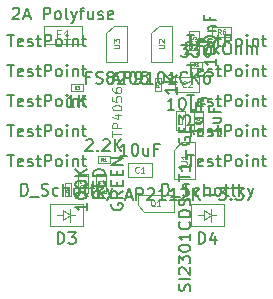
<source format=gbr>
%TF.GenerationSoftware,KiCad,Pcbnew,5.1.8*%
%TF.CreationDate,2020-11-29T14:50:24+01:00*%
%TF.ProjectId,lipo-stamp-proto,6c69706f-2d73-4746-916d-702d70726f74,rev?*%
%TF.SameCoordinates,Original*%
%TF.FileFunction,Other,Fab,Top*%
%FSLAX46Y46*%
G04 Gerber Fmt 4.6, Leading zero omitted, Abs format (unit mm)*
G04 Created by KiCad (PCBNEW 5.1.8) date 2020-11-29 14:50:24*
%MOMM*%
%LPD*%
G01*
G04 APERTURE LIST*
%ADD10C,0.100000*%
%ADD11C,0.150000*%
%ADD12C,0.060000*%
%ADD13C,0.080000*%
%ADD14C,0.075000*%
%ADD15C,0.040000*%
%ADD16C,0.015000*%
%ADD17C,0.120000*%
G04 APERTURE END LIST*
D10*
%TO.C,R6*%
X123215000Y-52228500D02*
X123215000Y-51403500D01*
X123215000Y-51403500D02*
X124815000Y-51403500D01*
X124815000Y-51403500D02*
X124815000Y-52228500D01*
X124815000Y-52228500D02*
X123215000Y-52228500D01*
%TO.C,C5*%
X122066000Y-53327500D02*
X121266000Y-53327500D01*
X121266000Y-53327500D02*
X121266000Y-51727500D01*
X121266000Y-51727500D02*
X122066000Y-51727500D01*
X122066000Y-51727500D02*
X122066000Y-53327500D01*
%TO.C,C4*%
X122447000Y-60122000D02*
X121647000Y-60122000D01*
X121647000Y-60122000D02*
X121647000Y-58522000D01*
X121647000Y-58522000D02*
X122447000Y-58522000D01*
X122447000Y-58522000D02*
X122447000Y-60122000D01*
%TO.C,C3*%
X120923000Y-60122000D02*
X120123000Y-60122000D01*
X120123000Y-60122000D02*
X120123000Y-58522000D01*
X120123000Y-58522000D02*
X120923000Y-58522000D01*
X120923000Y-58522000D02*
X120923000Y-60122000D01*
%TO.C,C2*%
X120092000Y-56886000D02*
X120092000Y-55636000D01*
X120092000Y-55636000D02*
X122092000Y-55636000D01*
X122092000Y-55636000D02*
X122092000Y-56886000D01*
X122092000Y-56886000D02*
X120092000Y-56886000D01*
%TO.C,C1*%
X118094000Y-62875000D02*
X118094000Y-64125000D01*
X118094000Y-64125000D02*
X116094000Y-64125000D01*
X116094000Y-64125000D02*
X116094000Y-62875000D01*
X116094000Y-62875000D02*
X118094000Y-62875000D01*
%TO.C,D4*%
X122560000Y-67310000D02*
X122060000Y-67310000D01*
X122560000Y-66910000D02*
X123160000Y-67310000D01*
X122560000Y-67710000D02*
X122560000Y-66910000D01*
X123160000Y-67310000D02*
X122560000Y-67710000D01*
X123160000Y-67310000D02*
X123160000Y-66760000D01*
X123160000Y-67310000D02*
X123160000Y-67860000D01*
X123560000Y-67310000D02*
X123160000Y-67310000D01*
X124210000Y-66410000D02*
X124210000Y-68210000D01*
X121410000Y-66410000D02*
X124210000Y-66410000D01*
X121410000Y-68210000D02*
X121410000Y-66410000D01*
X124210000Y-68210000D02*
X121410000Y-68210000D01*
%TO.C,D3*%
X110620000Y-67310000D02*
X110120000Y-67310000D01*
X110620000Y-66910000D02*
X111220000Y-67310000D01*
X110620000Y-67710000D02*
X110620000Y-66910000D01*
X111220000Y-67310000D02*
X110620000Y-67710000D01*
X111220000Y-67310000D02*
X111220000Y-66760000D01*
X111220000Y-67310000D02*
X111220000Y-67860000D01*
X111620000Y-67310000D02*
X111220000Y-67310000D01*
X112270000Y-66410000D02*
X112270000Y-68210000D01*
X109470000Y-66410000D02*
X112270000Y-66410000D01*
X109470000Y-68210000D02*
X109470000Y-66410000D01*
X112270000Y-68210000D02*
X109470000Y-68210000D01*
%TO.C,U3*%
X114246000Y-51926000D02*
X114896000Y-51276000D01*
X116046000Y-51276000D02*
X114896000Y-51276000D01*
X114246000Y-51926000D02*
X114246000Y-54376000D01*
X116046000Y-54376000D02*
X114246000Y-54376000D01*
X116046000Y-51276000D02*
X116046000Y-54376000D01*
%TO.C,U2*%
X118056000Y-51926000D02*
X118706000Y-51276000D01*
X119856000Y-51276000D02*
X118706000Y-51276000D01*
X118056000Y-51926000D02*
X118056000Y-54376000D01*
X119856000Y-54376000D02*
X118056000Y-54376000D01*
X119856000Y-51276000D02*
X119856000Y-54376000D01*
%TO.C,U1*%
X119961000Y-61777000D02*
X120611000Y-61127000D01*
X121761000Y-61127000D02*
X120611000Y-61127000D01*
X119961000Y-61777000D02*
X119961000Y-64227000D01*
X121761000Y-64227000D02*
X119961000Y-64227000D01*
X121761000Y-61127000D02*
X121761000Y-64227000D01*
%TO.C,R5*%
X122383500Y-54340000D02*
X122383500Y-54880000D01*
X122383500Y-54880000D02*
X121333500Y-54880000D01*
X121333500Y-54880000D02*
X121333500Y-54340000D01*
X121333500Y-54340000D02*
X122383500Y-54340000D01*
%TO.C,R4*%
X111268000Y-65678000D02*
X110728000Y-65678000D01*
X110728000Y-65678000D02*
X110728000Y-64628000D01*
X110728000Y-64628000D02*
X111268000Y-64628000D01*
X111268000Y-64628000D02*
X111268000Y-65678000D01*
%TO.C,R3*%
X111237000Y-56785000D02*
X111237000Y-56245000D01*
X111237000Y-56245000D02*
X112287000Y-56245000D01*
X112287000Y-56245000D02*
X112287000Y-56785000D01*
X112287000Y-56785000D02*
X111237000Y-56785000D01*
%TO.C,R2*%
X118888000Y-56788000D02*
X118348000Y-56788000D01*
X118348000Y-56788000D02*
X118348000Y-55738000D01*
X118348000Y-55738000D02*
X118888000Y-55738000D01*
X118888000Y-55738000D02*
X118888000Y-56788000D01*
%TO.C,R1*%
X114569000Y-62341000D02*
X114569000Y-62881000D01*
X114569000Y-62881000D02*
X113519000Y-62881000D01*
X113519000Y-62881000D02*
X113519000Y-62341000D01*
X113519000Y-62341000D02*
X114569000Y-62341000D01*
%TO.C,Q1*%
X117480000Y-67010000D02*
X119930000Y-67010000D01*
X116910000Y-66460000D02*
X116910000Y-65610000D01*
X117480000Y-67010000D02*
X116910000Y-66460000D01*
X116910000Y-65610000D02*
X119950000Y-65610000D01*
X119950000Y-67010000D02*
X119950000Y-65610000D01*
%TO.C,F1*%
X112189000Y-51270000D02*
X112189000Y-52870000D01*
X112189000Y-52870000D02*
X108989000Y-52870000D01*
X108989000Y-52870000D02*
X108989000Y-51270000D01*
X108989000Y-51270000D02*
X112189000Y-51270000D01*
%TO.C,D2*%
X111868000Y-63868500D02*
X111868000Y-65168500D01*
X111868000Y-65168500D02*
X112168000Y-65468500D01*
X112168000Y-65468500D02*
X112668000Y-65468500D01*
X112668000Y-65468500D02*
X112668000Y-63868500D01*
X112668000Y-63868500D02*
X111868000Y-63868500D01*
%TO.C,D1*%
X113392000Y-63868500D02*
X113392000Y-65168500D01*
X113392000Y-65168500D02*
X113692000Y-65468500D01*
X113692000Y-65468500D02*
X114192000Y-65468500D01*
X114192000Y-65468500D02*
X114192000Y-63868500D01*
X114192000Y-63868500D02*
X113392000Y-63868500D01*
%TD*%
%TO.C,R6*%
D11*
X120967380Y-52793619D02*
X121015000Y-52746000D01*
X121110238Y-52698380D01*
X121348333Y-52698380D01*
X121443571Y-52746000D01*
X121491190Y-52793619D01*
X121538809Y-52888857D01*
X121538809Y-52984095D01*
X121491190Y-53126952D01*
X120919761Y-53698380D01*
X121538809Y-53698380D01*
X121967380Y-53603142D02*
X122015000Y-53650761D01*
X121967380Y-53698380D01*
X121919761Y-53650761D01*
X121967380Y-53603142D01*
X121967380Y-53698380D01*
X122348333Y-52698380D02*
X123015000Y-52698380D01*
X122586428Y-53698380D01*
X123395952Y-53698380D02*
X123395952Y-52698380D01*
X123491190Y-53317428D02*
X123776904Y-53698380D01*
X123776904Y-53031714D02*
X123395952Y-53412666D01*
X124395952Y-52698380D02*
X124586428Y-52698380D01*
X124681666Y-52746000D01*
X124776904Y-52841238D01*
X124824523Y-53031714D01*
X124824523Y-53365047D01*
X124776904Y-53555523D01*
X124681666Y-53650761D01*
X124586428Y-53698380D01*
X124395952Y-53698380D01*
X124300714Y-53650761D01*
X124205476Y-53555523D01*
X124157857Y-53365047D01*
X124157857Y-53031714D01*
X124205476Y-52841238D01*
X124300714Y-52746000D01*
X124395952Y-52698380D01*
X125253095Y-53698380D02*
X125253095Y-52698380D01*
X125681666Y-53698380D02*
X125681666Y-53174571D01*
X125634047Y-53079333D01*
X125538809Y-53031714D01*
X125395952Y-53031714D01*
X125300714Y-53079333D01*
X125253095Y-53126952D01*
X126157857Y-53698380D02*
X126157857Y-53031714D01*
X126157857Y-53126952D02*
X126205476Y-53079333D01*
X126300714Y-53031714D01*
X126443571Y-53031714D01*
X126538809Y-53079333D01*
X126586428Y-53174571D01*
X126586428Y-53698380D01*
X126586428Y-53174571D02*
X126634047Y-53079333D01*
X126729285Y-53031714D01*
X126872142Y-53031714D01*
X126967380Y-53079333D01*
X127015000Y-53174571D01*
X127015000Y-53698380D01*
D12*
X123948333Y-51996952D02*
X123815000Y-51806476D01*
X123719761Y-51996952D02*
X123719761Y-51596952D01*
X123872142Y-51596952D01*
X123910238Y-51616000D01*
X123929285Y-51635047D01*
X123948333Y-51673142D01*
X123948333Y-51730285D01*
X123929285Y-51768380D01*
X123910238Y-51787428D01*
X123872142Y-51806476D01*
X123719761Y-51806476D01*
X124291190Y-51596952D02*
X124215000Y-51596952D01*
X124176904Y-51616000D01*
X124157857Y-51635047D01*
X124119761Y-51692190D01*
X124100714Y-51768380D01*
X124100714Y-51920761D01*
X124119761Y-51958857D01*
X124138809Y-51977904D01*
X124176904Y-51996952D01*
X124253095Y-51996952D01*
X124291190Y-51977904D01*
X124310238Y-51958857D01*
X124329285Y-51920761D01*
X124329285Y-51825523D01*
X124310238Y-51787428D01*
X124291190Y-51768380D01*
X124253095Y-51749333D01*
X124176904Y-51749333D01*
X124138809Y-51768380D01*
X124119761Y-51787428D01*
X124100714Y-51825523D01*
%TO.C,C5*%
D11*
X123548380Y-54075119D02*
X123548380Y-54646547D01*
X123548380Y-54360833D02*
X122548380Y-54360833D01*
X122691238Y-54456071D01*
X122786476Y-54551309D01*
X122834095Y-54646547D01*
X122548380Y-53456071D02*
X122548380Y-53360833D01*
X122596000Y-53265595D01*
X122643619Y-53217976D01*
X122738857Y-53170357D01*
X122929333Y-53122738D01*
X123167428Y-53122738D01*
X123357904Y-53170357D01*
X123453142Y-53217976D01*
X123500761Y-53265595D01*
X123548380Y-53360833D01*
X123548380Y-53456071D01*
X123500761Y-53551309D01*
X123453142Y-53598928D01*
X123357904Y-53646547D01*
X123167428Y-53694166D01*
X122929333Y-53694166D01*
X122738857Y-53646547D01*
X122643619Y-53598928D01*
X122596000Y-53551309D01*
X122548380Y-53456071D01*
X122548380Y-52503690D02*
X122548380Y-52408452D01*
X122596000Y-52313214D01*
X122643619Y-52265595D01*
X122738857Y-52217976D01*
X122929333Y-52170357D01*
X123167428Y-52170357D01*
X123357904Y-52217976D01*
X123453142Y-52265595D01*
X123500761Y-52313214D01*
X123548380Y-52408452D01*
X123548380Y-52503690D01*
X123500761Y-52598928D01*
X123453142Y-52646547D01*
X123357904Y-52694166D01*
X123167428Y-52741785D01*
X122929333Y-52741785D01*
X122738857Y-52694166D01*
X122643619Y-52646547D01*
X122596000Y-52598928D01*
X122548380Y-52503690D01*
X122881714Y-51741785D02*
X123548380Y-51741785D01*
X122976952Y-51741785D02*
X122929333Y-51694166D01*
X122881714Y-51598928D01*
X122881714Y-51456071D01*
X122929333Y-51360833D01*
X123024571Y-51313214D01*
X123548380Y-51313214D01*
X123024571Y-50503690D02*
X123024571Y-50837023D01*
X123548380Y-50837023D02*
X122548380Y-50837023D01*
X122548380Y-50360833D01*
D12*
X121808857Y-52594166D02*
X121827904Y-52613214D01*
X121846952Y-52670357D01*
X121846952Y-52708452D01*
X121827904Y-52765595D01*
X121789809Y-52803690D01*
X121751714Y-52822738D01*
X121675523Y-52841785D01*
X121618380Y-52841785D01*
X121542190Y-52822738D01*
X121504095Y-52803690D01*
X121466000Y-52765595D01*
X121446952Y-52708452D01*
X121446952Y-52670357D01*
X121466000Y-52613214D01*
X121485047Y-52594166D01*
X121446952Y-52232261D02*
X121446952Y-52422738D01*
X121637428Y-52441785D01*
X121618380Y-52422738D01*
X121599333Y-52384642D01*
X121599333Y-52289404D01*
X121618380Y-52251309D01*
X121637428Y-52232261D01*
X121675523Y-52213214D01*
X121770761Y-52213214D01*
X121808857Y-52232261D01*
X121827904Y-52251309D01*
X121846952Y-52289404D01*
X121846952Y-52384642D01*
X121827904Y-52422738D01*
X121808857Y-52441785D01*
%TO.C,C4*%
D11*
X123929380Y-59917238D02*
X123929380Y-60488666D01*
X123929380Y-60202952D02*
X122929380Y-60202952D01*
X123072238Y-60298190D01*
X123167476Y-60393428D01*
X123215095Y-60488666D01*
X123262714Y-59060095D02*
X123929380Y-59060095D01*
X123262714Y-59488666D02*
X123786523Y-59488666D01*
X123881761Y-59441047D01*
X123929380Y-59345809D01*
X123929380Y-59202952D01*
X123881761Y-59107714D01*
X123834142Y-59060095D01*
X123405571Y-58250571D02*
X123405571Y-58583904D01*
X123929380Y-58583904D02*
X122929380Y-58583904D01*
X122929380Y-58107714D01*
D12*
X122189857Y-59388666D02*
X122208904Y-59407714D01*
X122227952Y-59464857D01*
X122227952Y-59502952D01*
X122208904Y-59560095D01*
X122170809Y-59598190D01*
X122132714Y-59617238D01*
X122056523Y-59636285D01*
X121999380Y-59636285D01*
X121923190Y-59617238D01*
X121885095Y-59598190D01*
X121847000Y-59560095D01*
X121827952Y-59502952D01*
X121827952Y-59464857D01*
X121847000Y-59407714D01*
X121866047Y-59388666D01*
X121961285Y-59045809D02*
X122227952Y-59045809D01*
X121808904Y-59141047D02*
X122094619Y-59236285D01*
X122094619Y-58988666D01*
%TO.C,C3*%
D11*
X122405380Y-59917238D02*
X122405380Y-60488666D01*
X122405380Y-60202952D02*
X121405380Y-60202952D01*
X121548238Y-60298190D01*
X121643476Y-60393428D01*
X121691095Y-60488666D01*
X121738714Y-59060095D02*
X122405380Y-59060095D01*
X121738714Y-59488666D02*
X122262523Y-59488666D01*
X122357761Y-59441047D01*
X122405380Y-59345809D01*
X122405380Y-59202952D01*
X122357761Y-59107714D01*
X122310142Y-59060095D01*
X121881571Y-58250571D02*
X121881571Y-58583904D01*
X122405380Y-58583904D02*
X121405380Y-58583904D01*
X121405380Y-58107714D01*
D12*
X120665857Y-59388666D02*
X120684904Y-59407714D01*
X120703952Y-59464857D01*
X120703952Y-59502952D01*
X120684904Y-59560095D01*
X120646809Y-59598190D01*
X120608714Y-59617238D01*
X120532523Y-59636285D01*
X120475380Y-59636285D01*
X120399190Y-59617238D01*
X120361095Y-59598190D01*
X120323000Y-59560095D01*
X120303952Y-59502952D01*
X120303952Y-59464857D01*
X120323000Y-59407714D01*
X120342047Y-59388666D01*
X120303952Y-59255333D02*
X120303952Y-59007714D01*
X120456333Y-59141047D01*
X120456333Y-59083904D01*
X120475380Y-59045809D01*
X120494428Y-59026761D01*
X120532523Y-59007714D01*
X120627761Y-59007714D01*
X120665857Y-59026761D01*
X120684904Y-59045809D01*
X120703952Y-59083904D01*
X120703952Y-59198190D01*
X120684904Y-59236285D01*
X120665857Y-59255333D01*
%TO.C,C2*%
D11*
X120020571Y-58393380D02*
X119449142Y-58393380D01*
X119734857Y-58393380D02*
X119734857Y-57393380D01*
X119639619Y-57536238D01*
X119544380Y-57631476D01*
X119449142Y-57679095D01*
X120639619Y-57393380D02*
X120734857Y-57393380D01*
X120830095Y-57441000D01*
X120877714Y-57488619D01*
X120925333Y-57583857D01*
X120972952Y-57774333D01*
X120972952Y-58012428D01*
X120925333Y-58202904D01*
X120877714Y-58298142D01*
X120830095Y-58345761D01*
X120734857Y-58393380D01*
X120639619Y-58393380D01*
X120544380Y-58345761D01*
X120496761Y-58298142D01*
X120449142Y-58202904D01*
X120401523Y-58012428D01*
X120401523Y-57774333D01*
X120449142Y-57583857D01*
X120496761Y-57488619D01*
X120544380Y-57441000D01*
X120639619Y-57393380D01*
X121830095Y-57726714D02*
X121830095Y-58393380D01*
X121401523Y-57726714D02*
X121401523Y-58250523D01*
X121449142Y-58345761D01*
X121544380Y-58393380D01*
X121687238Y-58393380D01*
X121782476Y-58345761D01*
X121830095Y-58298142D01*
X122639619Y-57869571D02*
X122306285Y-57869571D01*
X122306285Y-58393380D02*
X122306285Y-57393380D01*
X122782476Y-57393380D01*
D13*
X121008666Y-56439571D02*
X120984857Y-56463380D01*
X120913428Y-56487190D01*
X120865809Y-56487190D01*
X120794380Y-56463380D01*
X120746761Y-56415761D01*
X120722952Y-56368142D01*
X120699142Y-56272904D01*
X120699142Y-56201476D01*
X120722952Y-56106238D01*
X120746761Y-56058619D01*
X120794380Y-56011000D01*
X120865809Y-55987190D01*
X120913428Y-55987190D01*
X120984857Y-56011000D01*
X121008666Y-56034809D01*
X121199142Y-56034809D02*
X121222952Y-56011000D01*
X121270571Y-55987190D01*
X121389619Y-55987190D01*
X121437238Y-56011000D01*
X121461047Y-56034809D01*
X121484857Y-56082428D01*
X121484857Y-56130047D01*
X121461047Y-56201476D01*
X121175333Y-56487190D01*
X121484857Y-56487190D01*
%TO.C,C1*%
D11*
X116022571Y-62272380D02*
X115451142Y-62272380D01*
X115736857Y-62272380D02*
X115736857Y-61272380D01*
X115641619Y-61415238D01*
X115546380Y-61510476D01*
X115451142Y-61558095D01*
X116641619Y-61272380D02*
X116736857Y-61272380D01*
X116832095Y-61320000D01*
X116879714Y-61367619D01*
X116927333Y-61462857D01*
X116974952Y-61653333D01*
X116974952Y-61891428D01*
X116927333Y-62081904D01*
X116879714Y-62177142D01*
X116832095Y-62224761D01*
X116736857Y-62272380D01*
X116641619Y-62272380D01*
X116546380Y-62224761D01*
X116498761Y-62177142D01*
X116451142Y-62081904D01*
X116403523Y-61891428D01*
X116403523Y-61653333D01*
X116451142Y-61462857D01*
X116498761Y-61367619D01*
X116546380Y-61320000D01*
X116641619Y-61272380D01*
X117832095Y-61605714D02*
X117832095Y-62272380D01*
X117403523Y-61605714D02*
X117403523Y-62129523D01*
X117451142Y-62224761D01*
X117546380Y-62272380D01*
X117689238Y-62272380D01*
X117784476Y-62224761D01*
X117832095Y-62177142D01*
X118641619Y-61748571D02*
X118308285Y-61748571D01*
X118308285Y-62272380D02*
X118308285Y-61272380D01*
X118784476Y-61272380D01*
D13*
X117010666Y-63678571D02*
X116986857Y-63702380D01*
X116915428Y-63726190D01*
X116867809Y-63726190D01*
X116796380Y-63702380D01*
X116748761Y-63654761D01*
X116724952Y-63607142D01*
X116701142Y-63511904D01*
X116701142Y-63440476D01*
X116724952Y-63345238D01*
X116748761Y-63297619D01*
X116796380Y-63250000D01*
X116867809Y-63226190D01*
X116915428Y-63226190D01*
X116986857Y-63250000D01*
X117010666Y-63273809D01*
X117486857Y-63726190D02*
X117201142Y-63726190D01*
X117344000Y-63726190D02*
X117344000Y-63226190D01*
X117296380Y-63297619D01*
X117248761Y-63345238D01*
X117201142Y-63369047D01*
%TO.C,D4*%
D11*
X119000476Y-65662380D02*
X119000476Y-64662380D01*
X119238571Y-64662380D01*
X119381428Y-64710000D01*
X119476666Y-64805238D01*
X119524285Y-64900476D01*
X119571904Y-65090952D01*
X119571904Y-65233809D01*
X119524285Y-65424285D01*
X119476666Y-65519523D01*
X119381428Y-65614761D01*
X119238571Y-65662380D01*
X119000476Y-65662380D01*
X119762380Y-65757619D02*
X120524285Y-65757619D01*
X120714761Y-65614761D02*
X120857619Y-65662380D01*
X121095714Y-65662380D01*
X121190952Y-65614761D01*
X121238571Y-65567142D01*
X121286190Y-65471904D01*
X121286190Y-65376666D01*
X121238571Y-65281428D01*
X121190952Y-65233809D01*
X121095714Y-65186190D01*
X120905238Y-65138571D01*
X120810000Y-65090952D01*
X120762380Y-65043333D01*
X120714761Y-64948095D01*
X120714761Y-64852857D01*
X120762380Y-64757619D01*
X120810000Y-64710000D01*
X120905238Y-64662380D01*
X121143333Y-64662380D01*
X121286190Y-64710000D01*
X122143333Y-65614761D02*
X122048095Y-65662380D01*
X121857619Y-65662380D01*
X121762380Y-65614761D01*
X121714761Y-65567142D01*
X121667142Y-65471904D01*
X121667142Y-65186190D01*
X121714761Y-65090952D01*
X121762380Y-65043333D01*
X121857619Y-64995714D01*
X122048095Y-64995714D01*
X122143333Y-65043333D01*
X122571904Y-65662380D02*
X122571904Y-64662380D01*
X123000476Y-65662380D02*
X123000476Y-65138571D01*
X122952857Y-65043333D01*
X122857619Y-64995714D01*
X122714761Y-64995714D01*
X122619523Y-65043333D01*
X122571904Y-65090952D01*
X123619523Y-65662380D02*
X123524285Y-65614761D01*
X123476666Y-65567142D01*
X123429047Y-65471904D01*
X123429047Y-65186190D01*
X123476666Y-65090952D01*
X123524285Y-65043333D01*
X123619523Y-64995714D01*
X123762380Y-64995714D01*
X123857619Y-65043333D01*
X123905238Y-65090952D01*
X123952857Y-65186190D01*
X123952857Y-65471904D01*
X123905238Y-65567142D01*
X123857619Y-65614761D01*
X123762380Y-65662380D01*
X123619523Y-65662380D01*
X124238571Y-64995714D02*
X124619523Y-64995714D01*
X124381428Y-64662380D02*
X124381428Y-65519523D01*
X124429047Y-65614761D01*
X124524285Y-65662380D01*
X124619523Y-65662380D01*
X124810000Y-64995714D02*
X125190952Y-64995714D01*
X124952857Y-64662380D02*
X124952857Y-65519523D01*
X125000476Y-65614761D01*
X125095714Y-65662380D01*
X125190952Y-65662380D01*
X125524285Y-65662380D02*
X125524285Y-64662380D01*
X125619523Y-65281428D02*
X125905238Y-65662380D01*
X125905238Y-64995714D02*
X125524285Y-65376666D01*
X126238571Y-64995714D02*
X126476666Y-65662380D01*
X126714761Y-64995714D02*
X126476666Y-65662380D01*
X126381428Y-65900476D01*
X126333809Y-65948095D01*
X126238571Y-65995714D01*
X122071904Y-69762380D02*
X122071904Y-68762380D01*
X122310000Y-68762380D01*
X122452857Y-68810000D01*
X122548095Y-68905238D01*
X122595714Y-69000476D01*
X122643333Y-69190952D01*
X122643333Y-69333809D01*
X122595714Y-69524285D01*
X122548095Y-69619523D01*
X122452857Y-69714761D01*
X122310000Y-69762380D01*
X122071904Y-69762380D01*
X123500476Y-69095714D02*
X123500476Y-69762380D01*
X123262380Y-68714761D02*
X123024285Y-69429047D01*
X123643333Y-69429047D01*
%TO.C,D3*%
X107060476Y-65662380D02*
X107060476Y-64662380D01*
X107298571Y-64662380D01*
X107441428Y-64710000D01*
X107536666Y-64805238D01*
X107584285Y-64900476D01*
X107631904Y-65090952D01*
X107631904Y-65233809D01*
X107584285Y-65424285D01*
X107536666Y-65519523D01*
X107441428Y-65614761D01*
X107298571Y-65662380D01*
X107060476Y-65662380D01*
X107822380Y-65757619D02*
X108584285Y-65757619D01*
X108774761Y-65614761D02*
X108917619Y-65662380D01*
X109155714Y-65662380D01*
X109250952Y-65614761D01*
X109298571Y-65567142D01*
X109346190Y-65471904D01*
X109346190Y-65376666D01*
X109298571Y-65281428D01*
X109250952Y-65233809D01*
X109155714Y-65186190D01*
X108965238Y-65138571D01*
X108870000Y-65090952D01*
X108822380Y-65043333D01*
X108774761Y-64948095D01*
X108774761Y-64852857D01*
X108822380Y-64757619D01*
X108870000Y-64710000D01*
X108965238Y-64662380D01*
X109203333Y-64662380D01*
X109346190Y-64710000D01*
X110203333Y-65614761D02*
X110108095Y-65662380D01*
X109917619Y-65662380D01*
X109822380Y-65614761D01*
X109774761Y-65567142D01*
X109727142Y-65471904D01*
X109727142Y-65186190D01*
X109774761Y-65090952D01*
X109822380Y-65043333D01*
X109917619Y-64995714D01*
X110108095Y-64995714D01*
X110203333Y-65043333D01*
X110631904Y-65662380D02*
X110631904Y-64662380D01*
X111060476Y-65662380D02*
X111060476Y-65138571D01*
X111012857Y-65043333D01*
X110917619Y-64995714D01*
X110774761Y-64995714D01*
X110679523Y-65043333D01*
X110631904Y-65090952D01*
X111679523Y-65662380D02*
X111584285Y-65614761D01*
X111536666Y-65567142D01*
X111489047Y-65471904D01*
X111489047Y-65186190D01*
X111536666Y-65090952D01*
X111584285Y-65043333D01*
X111679523Y-64995714D01*
X111822380Y-64995714D01*
X111917619Y-65043333D01*
X111965238Y-65090952D01*
X112012857Y-65186190D01*
X112012857Y-65471904D01*
X111965238Y-65567142D01*
X111917619Y-65614761D01*
X111822380Y-65662380D01*
X111679523Y-65662380D01*
X112298571Y-64995714D02*
X112679523Y-64995714D01*
X112441428Y-64662380D02*
X112441428Y-65519523D01*
X112489047Y-65614761D01*
X112584285Y-65662380D01*
X112679523Y-65662380D01*
X112870000Y-64995714D02*
X113250952Y-64995714D01*
X113012857Y-64662380D02*
X113012857Y-65519523D01*
X113060476Y-65614761D01*
X113155714Y-65662380D01*
X113250952Y-65662380D01*
X113584285Y-65662380D02*
X113584285Y-64662380D01*
X113679523Y-65281428D02*
X113965238Y-65662380D01*
X113965238Y-64995714D02*
X113584285Y-65376666D01*
X114298571Y-64995714D02*
X114536666Y-65662380D01*
X114774761Y-64995714D02*
X114536666Y-65662380D01*
X114441428Y-65900476D01*
X114393809Y-65948095D01*
X114298571Y-65995714D01*
X110131904Y-69762380D02*
X110131904Y-68762380D01*
X110370000Y-68762380D01*
X110512857Y-68810000D01*
X110608095Y-68905238D01*
X110655714Y-69000476D01*
X110703333Y-69190952D01*
X110703333Y-69333809D01*
X110655714Y-69524285D01*
X110608095Y-69619523D01*
X110512857Y-69714761D01*
X110370000Y-69762380D01*
X110131904Y-69762380D01*
X111036666Y-68762380D02*
X111655714Y-68762380D01*
X111322380Y-69143333D01*
X111465238Y-69143333D01*
X111560476Y-69190952D01*
X111608095Y-69238571D01*
X111655714Y-69333809D01*
X111655714Y-69571904D01*
X111608095Y-69667142D01*
X111560476Y-69714761D01*
X111465238Y-69762380D01*
X111179523Y-69762380D01*
X111084285Y-69714761D01*
X111036666Y-69667142D01*
%TO.C,U3*%
X112907904Y-55654571D02*
X112574571Y-55654571D01*
X112574571Y-56178380D02*
X112574571Y-55178380D01*
X113050761Y-55178380D01*
X113384095Y-56130761D02*
X113526952Y-56178380D01*
X113765047Y-56178380D01*
X113860285Y-56130761D01*
X113907904Y-56083142D01*
X113955523Y-55987904D01*
X113955523Y-55892666D01*
X113907904Y-55797428D01*
X113860285Y-55749809D01*
X113765047Y-55702190D01*
X113574571Y-55654571D01*
X113479333Y-55606952D01*
X113431714Y-55559333D01*
X113384095Y-55464095D01*
X113384095Y-55368857D01*
X113431714Y-55273619D01*
X113479333Y-55226000D01*
X113574571Y-55178380D01*
X113812666Y-55178380D01*
X113955523Y-55226000D01*
X114526952Y-55606952D02*
X114431714Y-55559333D01*
X114384095Y-55511714D01*
X114336476Y-55416476D01*
X114336476Y-55368857D01*
X114384095Y-55273619D01*
X114431714Y-55226000D01*
X114526952Y-55178380D01*
X114717428Y-55178380D01*
X114812666Y-55226000D01*
X114860285Y-55273619D01*
X114907904Y-55368857D01*
X114907904Y-55416476D01*
X114860285Y-55511714D01*
X114812666Y-55559333D01*
X114717428Y-55606952D01*
X114526952Y-55606952D01*
X114431714Y-55654571D01*
X114384095Y-55702190D01*
X114336476Y-55797428D01*
X114336476Y-55987904D01*
X114384095Y-56083142D01*
X114431714Y-56130761D01*
X114526952Y-56178380D01*
X114717428Y-56178380D01*
X114812666Y-56130761D01*
X114860285Y-56083142D01*
X114907904Y-55987904D01*
X114907904Y-55797428D01*
X114860285Y-55702190D01*
X114812666Y-55654571D01*
X114717428Y-55606952D01*
X115288857Y-55273619D02*
X115336476Y-55226000D01*
X115431714Y-55178380D01*
X115669809Y-55178380D01*
X115765047Y-55226000D01*
X115812666Y-55273619D01*
X115860285Y-55368857D01*
X115860285Y-55464095D01*
X115812666Y-55606952D01*
X115241238Y-56178380D01*
X115860285Y-56178380D01*
X116479333Y-55178380D02*
X116574571Y-55178380D01*
X116669809Y-55226000D01*
X116717428Y-55273619D01*
X116765047Y-55368857D01*
X116812666Y-55559333D01*
X116812666Y-55797428D01*
X116765047Y-55987904D01*
X116717428Y-56083142D01*
X116669809Y-56130761D01*
X116574571Y-56178380D01*
X116479333Y-56178380D01*
X116384095Y-56130761D01*
X116336476Y-56083142D01*
X116288857Y-55987904D01*
X116241238Y-55797428D01*
X116241238Y-55559333D01*
X116288857Y-55368857D01*
X116336476Y-55273619D01*
X116384095Y-55226000D01*
X116479333Y-55178380D01*
X117717428Y-55178380D02*
X117241238Y-55178380D01*
X117193619Y-55654571D01*
X117241238Y-55606952D01*
X117336476Y-55559333D01*
X117574571Y-55559333D01*
X117669809Y-55606952D01*
X117717428Y-55654571D01*
X117765047Y-55749809D01*
X117765047Y-55987904D01*
X117717428Y-56083142D01*
X117669809Y-56130761D01*
X117574571Y-56178380D01*
X117336476Y-56178380D01*
X117241238Y-56130761D01*
X117193619Y-56083142D01*
D14*
X114872190Y-53206952D02*
X115276952Y-53206952D01*
X115324571Y-53183142D01*
X115348380Y-53159333D01*
X115372190Y-53111714D01*
X115372190Y-53016476D01*
X115348380Y-52968857D01*
X115324571Y-52945047D01*
X115276952Y-52921238D01*
X114872190Y-52921238D01*
X114872190Y-52730761D02*
X114872190Y-52421238D01*
X115062666Y-52587904D01*
X115062666Y-52516476D01*
X115086476Y-52468857D01*
X115110285Y-52445047D01*
X115157904Y-52421238D01*
X115276952Y-52421238D01*
X115324571Y-52445047D01*
X115348380Y-52468857D01*
X115372190Y-52516476D01*
X115372190Y-52659333D01*
X115348380Y-52706952D01*
X115324571Y-52730761D01*
%TO.C,U2*%
D11*
X114836952Y-55892666D02*
X115313142Y-55892666D01*
X114741714Y-56178380D02*
X115075047Y-55178380D01*
X115408380Y-56178380D01*
X115741714Y-56178380D02*
X115741714Y-55178380D01*
X116122666Y-55178380D01*
X116217904Y-55226000D01*
X116265523Y-55273619D01*
X116313142Y-55368857D01*
X116313142Y-55511714D01*
X116265523Y-55606952D01*
X116217904Y-55654571D01*
X116122666Y-55702190D01*
X115741714Y-55702190D01*
X116789333Y-56178380D02*
X116979809Y-56178380D01*
X117075047Y-56130761D01*
X117122666Y-56083142D01*
X117217904Y-55940285D01*
X117265523Y-55749809D01*
X117265523Y-55368857D01*
X117217904Y-55273619D01*
X117170285Y-55226000D01*
X117075047Y-55178380D01*
X116884571Y-55178380D01*
X116789333Y-55226000D01*
X116741714Y-55273619D01*
X116694095Y-55368857D01*
X116694095Y-55606952D01*
X116741714Y-55702190D01*
X116789333Y-55749809D01*
X116884571Y-55797428D01*
X117075047Y-55797428D01*
X117170285Y-55749809D01*
X117217904Y-55702190D01*
X117265523Y-55606952D01*
X118217904Y-56178380D02*
X117646476Y-56178380D01*
X117932190Y-56178380D02*
X117932190Y-55178380D01*
X117836952Y-55321238D01*
X117741714Y-55416476D01*
X117646476Y-55464095D01*
X118836952Y-55178380D02*
X118932190Y-55178380D01*
X119027428Y-55226000D01*
X119075047Y-55273619D01*
X119122666Y-55368857D01*
X119170285Y-55559333D01*
X119170285Y-55797428D01*
X119122666Y-55987904D01*
X119075047Y-56083142D01*
X119027428Y-56130761D01*
X118932190Y-56178380D01*
X118836952Y-56178380D01*
X118741714Y-56130761D01*
X118694095Y-56083142D01*
X118646476Y-55987904D01*
X118598857Y-55797428D01*
X118598857Y-55559333D01*
X118646476Y-55368857D01*
X118694095Y-55273619D01*
X118741714Y-55226000D01*
X118836952Y-55178380D01*
X120122666Y-56178380D02*
X119551238Y-56178380D01*
X119836952Y-56178380D02*
X119836952Y-55178380D01*
X119741714Y-55321238D01*
X119646476Y-55416476D01*
X119551238Y-55464095D01*
X121122666Y-56083142D02*
X121075047Y-56130761D01*
X120932190Y-56178380D01*
X120836952Y-56178380D01*
X120694095Y-56130761D01*
X120598857Y-56035523D01*
X120551238Y-55940285D01*
X120503619Y-55749809D01*
X120503619Y-55606952D01*
X120551238Y-55416476D01*
X120598857Y-55321238D01*
X120694095Y-55226000D01*
X120836952Y-55178380D01*
X120932190Y-55178380D01*
X121075047Y-55226000D01*
X121122666Y-55273619D01*
X121551238Y-56178380D02*
X121551238Y-55178380D01*
X122122666Y-56178380D02*
X121694095Y-55606952D01*
X122122666Y-55178380D02*
X121551238Y-55749809D01*
X122979809Y-55178380D02*
X122789333Y-55178380D01*
X122694095Y-55226000D01*
X122646476Y-55273619D01*
X122551238Y-55416476D01*
X122503619Y-55606952D01*
X122503619Y-55987904D01*
X122551238Y-56083142D01*
X122598857Y-56130761D01*
X122694095Y-56178380D01*
X122884571Y-56178380D01*
X122979809Y-56130761D01*
X123027428Y-56083142D01*
X123075047Y-55987904D01*
X123075047Y-55749809D01*
X123027428Y-55654571D01*
X122979809Y-55606952D01*
X122884571Y-55559333D01*
X122694095Y-55559333D01*
X122598857Y-55606952D01*
X122551238Y-55654571D01*
X122503619Y-55749809D01*
D14*
X118682190Y-53206952D02*
X119086952Y-53206952D01*
X119134571Y-53183142D01*
X119158380Y-53159333D01*
X119182190Y-53111714D01*
X119182190Y-53016476D01*
X119158380Y-52968857D01*
X119134571Y-52945047D01*
X119086952Y-52921238D01*
X118682190Y-52921238D01*
X118729809Y-52706952D02*
X118706000Y-52683142D01*
X118682190Y-52635523D01*
X118682190Y-52516476D01*
X118706000Y-52468857D01*
X118729809Y-52445047D01*
X118777428Y-52421238D01*
X118825047Y-52421238D01*
X118896476Y-52445047D01*
X119182190Y-52730761D01*
X119182190Y-52421238D01*
%TO.C,U1*%
D11*
X115908619Y-65743666D02*
X116384809Y-65743666D01*
X115813380Y-66029380D02*
X116146714Y-65029380D01*
X116480047Y-66029380D01*
X116813380Y-66029380D02*
X116813380Y-65029380D01*
X117194333Y-65029380D01*
X117289571Y-65077000D01*
X117337190Y-65124619D01*
X117384809Y-65219857D01*
X117384809Y-65362714D01*
X117337190Y-65457952D01*
X117289571Y-65505571D01*
X117194333Y-65553190D01*
X116813380Y-65553190D01*
X117765761Y-65124619D02*
X117813380Y-65077000D01*
X117908619Y-65029380D01*
X118146714Y-65029380D01*
X118241952Y-65077000D01*
X118289571Y-65124619D01*
X118337190Y-65219857D01*
X118337190Y-65315095D01*
X118289571Y-65457952D01*
X117718142Y-66029380D01*
X118337190Y-66029380D01*
X119289571Y-66029380D02*
X118718142Y-66029380D01*
X119003857Y-66029380D02*
X119003857Y-65029380D01*
X118908619Y-65172238D01*
X118813380Y-65267476D01*
X118718142Y-65315095D01*
X120241952Y-66029380D02*
X119670523Y-66029380D01*
X119956238Y-66029380D02*
X119956238Y-65029380D01*
X119861000Y-65172238D01*
X119765761Y-65267476D01*
X119670523Y-65315095D01*
X120622904Y-65124619D02*
X120670523Y-65077000D01*
X120765761Y-65029380D01*
X121003857Y-65029380D01*
X121099095Y-65077000D01*
X121146714Y-65124619D01*
X121194333Y-65219857D01*
X121194333Y-65315095D01*
X121146714Y-65457952D01*
X120575285Y-66029380D01*
X121194333Y-66029380D01*
X121622904Y-66029380D02*
X121622904Y-65029380D01*
X122194333Y-66029380D02*
X121765761Y-65457952D01*
X122194333Y-65029380D02*
X121622904Y-65600809D01*
X122622904Y-65648428D02*
X123384809Y-65648428D01*
X123765761Y-65029380D02*
X124384809Y-65029380D01*
X124051476Y-65410333D01*
X124194333Y-65410333D01*
X124289571Y-65457952D01*
X124337190Y-65505571D01*
X124384809Y-65600809D01*
X124384809Y-65838904D01*
X124337190Y-65934142D01*
X124289571Y-65981761D01*
X124194333Y-66029380D01*
X123908619Y-66029380D01*
X123813380Y-65981761D01*
X123765761Y-65934142D01*
X124813380Y-65934142D02*
X124861000Y-65981761D01*
X124813380Y-66029380D01*
X124765761Y-65981761D01*
X124813380Y-65934142D01*
X124813380Y-66029380D01*
X125194333Y-65029380D02*
X125813380Y-65029380D01*
X125480047Y-65410333D01*
X125622904Y-65410333D01*
X125718142Y-65457952D01*
X125765761Y-65505571D01*
X125813380Y-65600809D01*
X125813380Y-65838904D01*
X125765761Y-65934142D01*
X125718142Y-65981761D01*
X125622904Y-66029380D01*
X125337190Y-66029380D01*
X125241952Y-65981761D01*
X125194333Y-65934142D01*
D14*
X120587190Y-63057952D02*
X120991952Y-63057952D01*
X121039571Y-63034142D01*
X121063380Y-63010333D01*
X121087190Y-62962714D01*
X121087190Y-62867476D01*
X121063380Y-62819857D01*
X121039571Y-62796047D01*
X120991952Y-62772238D01*
X120587190Y-62772238D01*
X121087190Y-62272238D02*
X121087190Y-62557952D01*
X121087190Y-62415095D02*
X120587190Y-62415095D01*
X120658619Y-62462714D01*
X120706238Y-62510333D01*
X120730047Y-62557952D01*
%TO.C,TP10*%
D11*
X121126666Y-52030380D02*
X121698095Y-52030380D01*
X121412380Y-53030380D02*
X121412380Y-52030380D01*
X122412380Y-52982761D02*
X122317142Y-53030380D01*
X122126666Y-53030380D01*
X122031428Y-52982761D01*
X121983809Y-52887523D01*
X121983809Y-52506571D01*
X122031428Y-52411333D01*
X122126666Y-52363714D01*
X122317142Y-52363714D01*
X122412380Y-52411333D01*
X122460000Y-52506571D01*
X122460000Y-52601809D01*
X121983809Y-52697047D01*
X122840952Y-52982761D02*
X122936190Y-53030380D01*
X123126666Y-53030380D01*
X123221904Y-52982761D01*
X123269523Y-52887523D01*
X123269523Y-52839904D01*
X123221904Y-52744666D01*
X123126666Y-52697047D01*
X122983809Y-52697047D01*
X122888571Y-52649428D01*
X122840952Y-52554190D01*
X122840952Y-52506571D01*
X122888571Y-52411333D01*
X122983809Y-52363714D01*
X123126666Y-52363714D01*
X123221904Y-52411333D01*
X123555238Y-52363714D02*
X123936190Y-52363714D01*
X123698095Y-52030380D02*
X123698095Y-52887523D01*
X123745714Y-52982761D01*
X123840952Y-53030380D01*
X123936190Y-53030380D01*
X124269523Y-53030380D02*
X124269523Y-52030380D01*
X124650476Y-52030380D01*
X124745714Y-52078000D01*
X124793333Y-52125619D01*
X124840952Y-52220857D01*
X124840952Y-52363714D01*
X124793333Y-52458952D01*
X124745714Y-52506571D01*
X124650476Y-52554190D01*
X124269523Y-52554190D01*
X125412380Y-53030380D02*
X125317142Y-52982761D01*
X125269523Y-52935142D01*
X125221904Y-52839904D01*
X125221904Y-52554190D01*
X125269523Y-52458952D01*
X125317142Y-52411333D01*
X125412380Y-52363714D01*
X125555238Y-52363714D01*
X125650476Y-52411333D01*
X125698095Y-52458952D01*
X125745714Y-52554190D01*
X125745714Y-52839904D01*
X125698095Y-52935142D01*
X125650476Y-52982761D01*
X125555238Y-53030380D01*
X125412380Y-53030380D01*
X126174285Y-53030380D02*
X126174285Y-52363714D01*
X126174285Y-52030380D02*
X126126666Y-52078000D01*
X126174285Y-52125619D01*
X126221904Y-52078000D01*
X126174285Y-52030380D01*
X126174285Y-52125619D01*
X126650476Y-52363714D02*
X126650476Y-53030380D01*
X126650476Y-52458952D02*
X126698095Y-52411333D01*
X126793333Y-52363714D01*
X126936190Y-52363714D01*
X127031428Y-52411333D01*
X127079047Y-52506571D01*
X127079047Y-53030380D01*
X127412380Y-52363714D02*
X127793333Y-52363714D01*
X127555238Y-52030380D02*
X127555238Y-52887523D01*
X127602857Y-52982761D01*
X127698095Y-53030380D01*
X127793333Y-53030380D01*
%TO.C,TP9*%
X121126666Y-59650380D02*
X121698095Y-59650380D01*
X121412380Y-60650380D02*
X121412380Y-59650380D01*
X122412380Y-60602761D02*
X122317142Y-60650380D01*
X122126666Y-60650380D01*
X122031428Y-60602761D01*
X121983809Y-60507523D01*
X121983809Y-60126571D01*
X122031428Y-60031333D01*
X122126666Y-59983714D01*
X122317142Y-59983714D01*
X122412380Y-60031333D01*
X122460000Y-60126571D01*
X122460000Y-60221809D01*
X121983809Y-60317047D01*
X122840952Y-60602761D02*
X122936190Y-60650380D01*
X123126666Y-60650380D01*
X123221904Y-60602761D01*
X123269523Y-60507523D01*
X123269523Y-60459904D01*
X123221904Y-60364666D01*
X123126666Y-60317047D01*
X122983809Y-60317047D01*
X122888571Y-60269428D01*
X122840952Y-60174190D01*
X122840952Y-60126571D01*
X122888571Y-60031333D01*
X122983809Y-59983714D01*
X123126666Y-59983714D01*
X123221904Y-60031333D01*
X123555238Y-59983714D02*
X123936190Y-59983714D01*
X123698095Y-59650380D02*
X123698095Y-60507523D01*
X123745714Y-60602761D01*
X123840952Y-60650380D01*
X123936190Y-60650380D01*
X124269523Y-60650380D02*
X124269523Y-59650380D01*
X124650476Y-59650380D01*
X124745714Y-59698000D01*
X124793333Y-59745619D01*
X124840952Y-59840857D01*
X124840952Y-59983714D01*
X124793333Y-60078952D01*
X124745714Y-60126571D01*
X124650476Y-60174190D01*
X124269523Y-60174190D01*
X125412380Y-60650380D02*
X125317142Y-60602761D01*
X125269523Y-60555142D01*
X125221904Y-60459904D01*
X125221904Y-60174190D01*
X125269523Y-60078952D01*
X125317142Y-60031333D01*
X125412380Y-59983714D01*
X125555238Y-59983714D01*
X125650476Y-60031333D01*
X125698095Y-60078952D01*
X125745714Y-60174190D01*
X125745714Y-60459904D01*
X125698095Y-60555142D01*
X125650476Y-60602761D01*
X125555238Y-60650380D01*
X125412380Y-60650380D01*
X126174285Y-60650380D02*
X126174285Y-59983714D01*
X126174285Y-59650380D02*
X126126666Y-59698000D01*
X126174285Y-59745619D01*
X126221904Y-59698000D01*
X126174285Y-59650380D01*
X126174285Y-59745619D01*
X126650476Y-59983714D02*
X126650476Y-60650380D01*
X126650476Y-60078952D02*
X126698095Y-60031333D01*
X126793333Y-59983714D01*
X126936190Y-59983714D01*
X127031428Y-60031333D01*
X127079047Y-60126571D01*
X127079047Y-60650380D01*
X127412380Y-59983714D02*
X127793333Y-59983714D01*
X127555238Y-59650380D02*
X127555238Y-60507523D01*
X127602857Y-60602761D01*
X127698095Y-60650380D01*
X127793333Y-60650380D01*
%TO.C,TP8*%
X121126666Y-57110380D02*
X121698095Y-57110380D01*
X121412380Y-58110380D02*
X121412380Y-57110380D01*
X122412380Y-58062761D02*
X122317142Y-58110380D01*
X122126666Y-58110380D01*
X122031428Y-58062761D01*
X121983809Y-57967523D01*
X121983809Y-57586571D01*
X122031428Y-57491333D01*
X122126666Y-57443714D01*
X122317142Y-57443714D01*
X122412380Y-57491333D01*
X122460000Y-57586571D01*
X122460000Y-57681809D01*
X121983809Y-57777047D01*
X122840952Y-58062761D02*
X122936190Y-58110380D01*
X123126666Y-58110380D01*
X123221904Y-58062761D01*
X123269523Y-57967523D01*
X123269523Y-57919904D01*
X123221904Y-57824666D01*
X123126666Y-57777047D01*
X122983809Y-57777047D01*
X122888571Y-57729428D01*
X122840952Y-57634190D01*
X122840952Y-57586571D01*
X122888571Y-57491333D01*
X122983809Y-57443714D01*
X123126666Y-57443714D01*
X123221904Y-57491333D01*
X123555238Y-57443714D02*
X123936190Y-57443714D01*
X123698095Y-57110380D02*
X123698095Y-57967523D01*
X123745714Y-58062761D01*
X123840952Y-58110380D01*
X123936190Y-58110380D01*
X124269523Y-58110380D02*
X124269523Y-57110380D01*
X124650476Y-57110380D01*
X124745714Y-57158000D01*
X124793333Y-57205619D01*
X124840952Y-57300857D01*
X124840952Y-57443714D01*
X124793333Y-57538952D01*
X124745714Y-57586571D01*
X124650476Y-57634190D01*
X124269523Y-57634190D01*
X125412380Y-58110380D02*
X125317142Y-58062761D01*
X125269523Y-58015142D01*
X125221904Y-57919904D01*
X125221904Y-57634190D01*
X125269523Y-57538952D01*
X125317142Y-57491333D01*
X125412380Y-57443714D01*
X125555238Y-57443714D01*
X125650476Y-57491333D01*
X125698095Y-57538952D01*
X125745714Y-57634190D01*
X125745714Y-57919904D01*
X125698095Y-58015142D01*
X125650476Y-58062761D01*
X125555238Y-58110380D01*
X125412380Y-58110380D01*
X126174285Y-58110380D02*
X126174285Y-57443714D01*
X126174285Y-57110380D02*
X126126666Y-57158000D01*
X126174285Y-57205619D01*
X126221904Y-57158000D01*
X126174285Y-57110380D01*
X126174285Y-57205619D01*
X126650476Y-57443714D02*
X126650476Y-58110380D01*
X126650476Y-57538952D02*
X126698095Y-57491333D01*
X126793333Y-57443714D01*
X126936190Y-57443714D01*
X127031428Y-57491333D01*
X127079047Y-57586571D01*
X127079047Y-58110380D01*
X127412380Y-57443714D02*
X127793333Y-57443714D01*
X127555238Y-57110380D02*
X127555238Y-57967523D01*
X127602857Y-58062761D01*
X127698095Y-58110380D01*
X127793333Y-58110380D01*
%TO.C,TP7*%
X121126666Y-54570380D02*
X121698095Y-54570380D01*
X121412380Y-55570380D02*
X121412380Y-54570380D01*
X122412380Y-55522761D02*
X122317142Y-55570380D01*
X122126666Y-55570380D01*
X122031428Y-55522761D01*
X121983809Y-55427523D01*
X121983809Y-55046571D01*
X122031428Y-54951333D01*
X122126666Y-54903714D01*
X122317142Y-54903714D01*
X122412380Y-54951333D01*
X122460000Y-55046571D01*
X122460000Y-55141809D01*
X121983809Y-55237047D01*
X122840952Y-55522761D02*
X122936190Y-55570380D01*
X123126666Y-55570380D01*
X123221904Y-55522761D01*
X123269523Y-55427523D01*
X123269523Y-55379904D01*
X123221904Y-55284666D01*
X123126666Y-55237047D01*
X122983809Y-55237047D01*
X122888571Y-55189428D01*
X122840952Y-55094190D01*
X122840952Y-55046571D01*
X122888571Y-54951333D01*
X122983809Y-54903714D01*
X123126666Y-54903714D01*
X123221904Y-54951333D01*
X123555238Y-54903714D02*
X123936190Y-54903714D01*
X123698095Y-54570380D02*
X123698095Y-55427523D01*
X123745714Y-55522761D01*
X123840952Y-55570380D01*
X123936190Y-55570380D01*
X124269523Y-55570380D02*
X124269523Y-54570380D01*
X124650476Y-54570380D01*
X124745714Y-54618000D01*
X124793333Y-54665619D01*
X124840952Y-54760857D01*
X124840952Y-54903714D01*
X124793333Y-54998952D01*
X124745714Y-55046571D01*
X124650476Y-55094190D01*
X124269523Y-55094190D01*
X125412380Y-55570380D02*
X125317142Y-55522761D01*
X125269523Y-55475142D01*
X125221904Y-55379904D01*
X125221904Y-55094190D01*
X125269523Y-54998952D01*
X125317142Y-54951333D01*
X125412380Y-54903714D01*
X125555238Y-54903714D01*
X125650476Y-54951333D01*
X125698095Y-54998952D01*
X125745714Y-55094190D01*
X125745714Y-55379904D01*
X125698095Y-55475142D01*
X125650476Y-55522761D01*
X125555238Y-55570380D01*
X125412380Y-55570380D01*
X126174285Y-55570380D02*
X126174285Y-54903714D01*
X126174285Y-54570380D02*
X126126666Y-54618000D01*
X126174285Y-54665619D01*
X126221904Y-54618000D01*
X126174285Y-54570380D01*
X126174285Y-54665619D01*
X126650476Y-54903714D02*
X126650476Y-55570380D01*
X126650476Y-54998952D02*
X126698095Y-54951333D01*
X126793333Y-54903714D01*
X126936190Y-54903714D01*
X127031428Y-54951333D01*
X127079047Y-55046571D01*
X127079047Y-55570380D01*
X127412380Y-54903714D02*
X127793333Y-54903714D01*
X127555238Y-54570380D02*
X127555238Y-55427523D01*
X127602857Y-55522761D01*
X127698095Y-55570380D01*
X127793333Y-55570380D01*
%TO.C,TP6*%
X121126666Y-62190380D02*
X121698095Y-62190380D01*
X121412380Y-63190380D02*
X121412380Y-62190380D01*
X122412380Y-63142761D02*
X122317142Y-63190380D01*
X122126666Y-63190380D01*
X122031428Y-63142761D01*
X121983809Y-63047523D01*
X121983809Y-62666571D01*
X122031428Y-62571333D01*
X122126666Y-62523714D01*
X122317142Y-62523714D01*
X122412380Y-62571333D01*
X122460000Y-62666571D01*
X122460000Y-62761809D01*
X121983809Y-62857047D01*
X122840952Y-63142761D02*
X122936190Y-63190380D01*
X123126666Y-63190380D01*
X123221904Y-63142761D01*
X123269523Y-63047523D01*
X123269523Y-62999904D01*
X123221904Y-62904666D01*
X123126666Y-62857047D01*
X122983809Y-62857047D01*
X122888571Y-62809428D01*
X122840952Y-62714190D01*
X122840952Y-62666571D01*
X122888571Y-62571333D01*
X122983809Y-62523714D01*
X123126666Y-62523714D01*
X123221904Y-62571333D01*
X123555238Y-62523714D02*
X123936190Y-62523714D01*
X123698095Y-62190380D02*
X123698095Y-63047523D01*
X123745714Y-63142761D01*
X123840952Y-63190380D01*
X123936190Y-63190380D01*
X124269523Y-63190380D02*
X124269523Y-62190380D01*
X124650476Y-62190380D01*
X124745714Y-62238000D01*
X124793333Y-62285619D01*
X124840952Y-62380857D01*
X124840952Y-62523714D01*
X124793333Y-62618952D01*
X124745714Y-62666571D01*
X124650476Y-62714190D01*
X124269523Y-62714190D01*
X125412380Y-63190380D02*
X125317142Y-63142761D01*
X125269523Y-63095142D01*
X125221904Y-62999904D01*
X125221904Y-62714190D01*
X125269523Y-62618952D01*
X125317142Y-62571333D01*
X125412380Y-62523714D01*
X125555238Y-62523714D01*
X125650476Y-62571333D01*
X125698095Y-62618952D01*
X125745714Y-62714190D01*
X125745714Y-62999904D01*
X125698095Y-63095142D01*
X125650476Y-63142761D01*
X125555238Y-63190380D01*
X125412380Y-63190380D01*
X126174285Y-63190380D02*
X126174285Y-62523714D01*
X126174285Y-62190380D02*
X126126666Y-62238000D01*
X126174285Y-62285619D01*
X126221904Y-62238000D01*
X126174285Y-62190380D01*
X126174285Y-62285619D01*
X126650476Y-62523714D02*
X126650476Y-63190380D01*
X126650476Y-62618952D02*
X126698095Y-62571333D01*
X126793333Y-62523714D01*
X126936190Y-62523714D01*
X127031428Y-62571333D01*
X127079047Y-62666571D01*
X127079047Y-63190380D01*
X127412380Y-62523714D02*
X127793333Y-62523714D01*
X127555238Y-62190380D02*
X127555238Y-63047523D01*
X127602857Y-63142761D01*
X127698095Y-63190380D01*
X127793333Y-63190380D01*
%TO.C,TP5*%
X105886666Y-57110380D02*
X106458095Y-57110380D01*
X106172380Y-58110380D02*
X106172380Y-57110380D01*
X107172380Y-58062761D02*
X107077142Y-58110380D01*
X106886666Y-58110380D01*
X106791428Y-58062761D01*
X106743809Y-57967523D01*
X106743809Y-57586571D01*
X106791428Y-57491333D01*
X106886666Y-57443714D01*
X107077142Y-57443714D01*
X107172380Y-57491333D01*
X107220000Y-57586571D01*
X107220000Y-57681809D01*
X106743809Y-57777047D01*
X107600952Y-58062761D02*
X107696190Y-58110380D01*
X107886666Y-58110380D01*
X107981904Y-58062761D01*
X108029523Y-57967523D01*
X108029523Y-57919904D01*
X107981904Y-57824666D01*
X107886666Y-57777047D01*
X107743809Y-57777047D01*
X107648571Y-57729428D01*
X107600952Y-57634190D01*
X107600952Y-57586571D01*
X107648571Y-57491333D01*
X107743809Y-57443714D01*
X107886666Y-57443714D01*
X107981904Y-57491333D01*
X108315238Y-57443714D02*
X108696190Y-57443714D01*
X108458095Y-57110380D02*
X108458095Y-57967523D01*
X108505714Y-58062761D01*
X108600952Y-58110380D01*
X108696190Y-58110380D01*
X109029523Y-58110380D02*
X109029523Y-57110380D01*
X109410476Y-57110380D01*
X109505714Y-57158000D01*
X109553333Y-57205619D01*
X109600952Y-57300857D01*
X109600952Y-57443714D01*
X109553333Y-57538952D01*
X109505714Y-57586571D01*
X109410476Y-57634190D01*
X109029523Y-57634190D01*
X110172380Y-58110380D02*
X110077142Y-58062761D01*
X110029523Y-58015142D01*
X109981904Y-57919904D01*
X109981904Y-57634190D01*
X110029523Y-57538952D01*
X110077142Y-57491333D01*
X110172380Y-57443714D01*
X110315238Y-57443714D01*
X110410476Y-57491333D01*
X110458095Y-57538952D01*
X110505714Y-57634190D01*
X110505714Y-57919904D01*
X110458095Y-58015142D01*
X110410476Y-58062761D01*
X110315238Y-58110380D01*
X110172380Y-58110380D01*
X110934285Y-58110380D02*
X110934285Y-57443714D01*
X110934285Y-57110380D02*
X110886666Y-57158000D01*
X110934285Y-57205619D01*
X110981904Y-57158000D01*
X110934285Y-57110380D01*
X110934285Y-57205619D01*
X111410476Y-57443714D02*
X111410476Y-58110380D01*
X111410476Y-57538952D02*
X111458095Y-57491333D01*
X111553333Y-57443714D01*
X111696190Y-57443714D01*
X111791428Y-57491333D01*
X111839047Y-57586571D01*
X111839047Y-58110380D01*
X112172380Y-57443714D02*
X112553333Y-57443714D01*
X112315238Y-57110380D02*
X112315238Y-57967523D01*
X112362857Y-58062761D01*
X112458095Y-58110380D01*
X112553333Y-58110380D01*
%TO.C,TP4*%
X105886666Y-62190380D02*
X106458095Y-62190380D01*
X106172380Y-63190380D02*
X106172380Y-62190380D01*
X107172380Y-63142761D02*
X107077142Y-63190380D01*
X106886666Y-63190380D01*
X106791428Y-63142761D01*
X106743809Y-63047523D01*
X106743809Y-62666571D01*
X106791428Y-62571333D01*
X106886666Y-62523714D01*
X107077142Y-62523714D01*
X107172380Y-62571333D01*
X107220000Y-62666571D01*
X107220000Y-62761809D01*
X106743809Y-62857047D01*
X107600952Y-63142761D02*
X107696190Y-63190380D01*
X107886666Y-63190380D01*
X107981904Y-63142761D01*
X108029523Y-63047523D01*
X108029523Y-62999904D01*
X107981904Y-62904666D01*
X107886666Y-62857047D01*
X107743809Y-62857047D01*
X107648571Y-62809428D01*
X107600952Y-62714190D01*
X107600952Y-62666571D01*
X107648571Y-62571333D01*
X107743809Y-62523714D01*
X107886666Y-62523714D01*
X107981904Y-62571333D01*
X108315238Y-62523714D02*
X108696190Y-62523714D01*
X108458095Y-62190380D02*
X108458095Y-63047523D01*
X108505714Y-63142761D01*
X108600952Y-63190380D01*
X108696190Y-63190380D01*
X109029523Y-63190380D02*
X109029523Y-62190380D01*
X109410476Y-62190380D01*
X109505714Y-62238000D01*
X109553333Y-62285619D01*
X109600952Y-62380857D01*
X109600952Y-62523714D01*
X109553333Y-62618952D01*
X109505714Y-62666571D01*
X109410476Y-62714190D01*
X109029523Y-62714190D01*
X110172380Y-63190380D02*
X110077142Y-63142761D01*
X110029523Y-63095142D01*
X109981904Y-62999904D01*
X109981904Y-62714190D01*
X110029523Y-62618952D01*
X110077142Y-62571333D01*
X110172380Y-62523714D01*
X110315238Y-62523714D01*
X110410476Y-62571333D01*
X110458095Y-62618952D01*
X110505714Y-62714190D01*
X110505714Y-62999904D01*
X110458095Y-63095142D01*
X110410476Y-63142761D01*
X110315238Y-63190380D01*
X110172380Y-63190380D01*
X110934285Y-63190380D02*
X110934285Y-62523714D01*
X110934285Y-62190380D02*
X110886666Y-62238000D01*
X110934285Y-62285619D01*
X110981904Y-62238000D01*
X110934285Y-62190380D01*
X110934285Y-62285619D01*
X111410476Y-62523714D02*
X111410476Y-63190380D01*
X111410476Y-62618952D02*
X111458095Y-62571333D01*
X111553333Y-62523714D01*
X111696190Y-62523714D01*
X111791428Y-62571333D01*
X111839047Y-62666571D01*
X111839047Y-63190380D01*
X112172380Y-62523714D02*
X112553333Y-62523714D01*
X112315238Y-62190380D02*
X112315238Y-63047523D01*
X112362857Y-63142761D01*
X112458095Y-63190380D01*
X112553333Y-63190380D01*
%TO.C,TP3*%
X105886666Y-59650380D02*
X106458095Y-59650380D01*
X106172380Y-60650380D02*
X106172380Y-59650380D01*
X107172380Y-60602761D02*
X107077142Y-60650380D01*
X106886666Y-60650380D01*
X106791428Y-60602761D01*
X106743809Y-60507523D01*
X106743809Y-60126571D01*
X106791428Y-60031333D01*
X106886666Y-59983714D01*
X107077142Y-59983714D01*
X107172380Y-60031333D01*
X107220000Y-60126571D01*
X107220000Y-60221809D01*
X106743809Y-60317047D01*
X107600952Y-60602761D02*
X107696190Y-60650380D01*
X107886666Y-60650380D01*
X107981904Y-60602761D01*
X108029523Y-60507523D01*
X108029523Y-60459904D01*
X107981904Y-60364666D01*
X107886666Y-60317047D01*
X107743809Y-60317047D01*
X107648571Y-60269428D01*
X107600952Y-60174190D01*
X107600952Y-60126571D01*
X107648571Y-60031333D01*
X107743809Y-59983714D01*
X107886666Y-59983714D01*
X107981904Y-60031333D01*
X108315238Y-59983714D02*
X108696190Y-59983714D01*
X108458095Y-59650380D02*
X108458095Y-60507523D01*
X108505714Y-60602761D01*
X108600952Y-60650380D01*
X108696190Y-60650380D01*
X109029523Y-60650380D02*
X109029523Y-59650380D01*
X109410476Y-59650380D01*
X109505714Y-59698000D01*
X109553333Y-59745619D01*
X109600952Y-59840857D01*
X109600952Y-59983714D01*
X109553333Y-60078952D01*
X109505714Y-60126571D01*
X109410476Y-60174190D01*
X109029523Y-60174190D01*
X110172380Y-60650380D02*
X110077142Y-60602761D01*
X110029523Y-60555142D01*
X109981904Y-60459904D01*
X109981904Y-60174190D01*
X110029523Y-60078952D01*
X110077142Y-60031333D01*
X110172380Y-59983714D01*
X110315238Y-59983714D01*
X110410476Y-60031333D01*
X110458095Y-60078952D01*
X110505714Y-60174190D01*
X110505714Y-60459904D01*
X110458095Y-60555142D01*
X110410476Y-60602761D01*
X110315238Y-60650380D01*
X110172380Y-60650380D01*
X110934285Y-60650380D02*
X110934285Y-59983714D01*
X110934285Y-59650380D02*
X110886666Y-59698000D01*
X110934285Y-59745619D01*
X110981904Y-59698000D01*
X110934285Y-59650380D01*
X110934285Y-59745619D01*
X111410476Y-59983714D02*
X111410476Y-60650380D01*
X111410476Y-60078952D02*
X111458095Y-60031333D01*
X111553333Y-59983714D01*
X111696190Y-59983714D01*
X111791428Y-60031333D01*
X111839047Y-60126571D01*
X111839047Y-60650380D01*
X112172380Y-59983714D02*
X112553333Y-59983714D01*
X112315238Y-59650380D02*
X112315238Y-60507523D01*
X112362857Y-60602761D01*
X112458095Y-60650380D01*
X112553333Y-60650380D01*
%TO.C,TP2*%
X105886666Y-54570380D02*
X106458095Y-54570380D01*
X106172380Y-55570380D02*
X106172380Y-54570380D01*
X107172380Y-55522761D02*
X107077142Y-55570380D01*
X106886666Y-55570380D01*
X106791428Y-55522761D01*
X106743809Y-55427523D01*
X106743809Y-55046571D01*
X106791428Y-54951333D01*
X106886666Y-54903714D01*
X107077142Y-54903714D01*
X107172380Y-54951333D01*
X107220000Y-55046571D01*
X107220000Y-55141809D01*
X106743809Y-55237047D01*
X107600952Y-55522761D02*
X107696190Y-55570380D01*
X107886666Y-55570380D01*
X107981904Y-55522761D01*
X108029523Y-55427523D01*
X108029523Y-55379904D01*
X107981904Y-55284666D01*
X107886666Y-55237047D01*
X107743809Y-55237047D01*
X107648571Y-55189428D01*
X107600952Y-55094190D01*
X107600952Y-55046571D01*
X107648571Y-54951333D01*
X107743809Y-54903714D01*
X107886666Y-54903714D01*
X107981904Y-54951333D01*
X108315238Y-54903714D02*
X108696190Y-54903714D01*
X108458095Y-54570380D02*
X108458095Y-55427523D01*
X108505714Y-55522761D01*
X108600952Y-55570380D01*
X108696190Y-55570380D01*
X109029523Y-55570380D02*
X109029523Y-54570380D01*
X109410476Y-54570380D01*
X109505714Y-54618000D01*
X109553333Y-54665619D01*
X109600952Y-54760857D01*
X109600952Y-54903714D01*
X109553333Y-54998952D01*
X109505714Y-55046571D01*
X109410476Y-55094190D01*
X109029523Y-55094190D01*
X110172380Y-55570380D02*
X110077142Y-55522761D01*
X110029523Y-55475142D01*
X109981904Y-55379904D01*
X109981904Y-55094190D01*
X110029523Y-54998952D01*
X110077142Y-54951333D01*
X110172380Y-54903714D01*
X110315238Y-54903714D01*
X110410476Y-54951333D01*
X110458095Y-54998952D01*
X110505714Y-55094190D01*
X110505714Y-55379904D01*
X110458095Y-55475142D01*
X110410476Y-55522761D01*
X110315238Y-55570380D01*
X110172380Y-55570380D01*
X110934285Y-55570380D02*
X110934285Y-54903714D01*
X110934285Y-54570380D02*
X110886666Y-54618000D01*
X110934285Y-54665619D01*
X110981904Y-54618000D01*
X110934285Y-54570380D01*
X110934285Y-54665619D01*
X111410476Y-54903714D02*
X111410476Y-55570380D01*
X111410476Y-54998952D02*
X111458095Y-54951333D01*
X111553333Y-54903714D01*
X111696190Y-54903714D01*
X111791428Y-54951333D01*
X111839047Y-55046571D01*
X111839047Y-55570380D01*
X112172380Y-54903714D02*
X112553333Y-54903714D01*
X112315238Y-54570380D02*
X112315238Y-55427523D01*
X112362857Y-55522761D01*
X112458095Y-55570380D01*
X112553333Y-55570380D01*
%TO.C,TP1*%
X105886666Y-52030380D02*
X106458095Y-52030380D01*
X106172380Y-53030380D02*
X106172380Y-52030380D01*
X107172380Y-52982761D02*
X107077142Y-53030380D01*
X106886666Y-53030380D01*
X106791428Y-52982761D01*
X106743809Y-52887523D01*
X106743809Y-52506571D01*
X106791428Y-52411333D01*
X106886666Y-52363714D01*
X107077142Y-52363714D01*
X107172380Y-52411333D01*
X107220000Y-52506571D01*
X107220000Y-52601809D01*
X106743809Y-52697047D01*
X107600952Y-52982761D02*
X107696190Y-53030380D01*
X107886666Y-53030380D01*
X107981904Y-52982761D01*
X108029523Y-52887523D01*
X108029523Y-52839904D01*
X107981904Y-52744666D01*
X107886666Y-52697047D01*
X107743809Y-52697047D01*
X107648571Y-52649428D01*
X107600952Y-52554190D01*
X107600952Y-52506571D01*
X107648571Y-52411333D01*
X107743809Y-52363714D01*
X107886666Y-52363714D01*
X107981904Y-52411333D01*
X108315238Y-52363714D02*
X108696190Y-52363714D01*
X108458095Y-52030380D02*
X108458095Y-52887523D01*
X108505714Y-52982761D01*
X108600952Y-53030380D01*
X108696190Y-53030380D01*
X109029523Y-53030380D02*
X109029523Y-52030380D01*
X109410476Y-52030380D01*
X109505714Y-52078000D01*
X109553333Y-52125619D01*
X109600952Y-52220857D01*
X109600952Y-52363714D01*
X109553333Y-52458952D01*
X109505714Y-52506571D01*
X109410476Y-52554190D01*
X109029523Y-52554190D01*
X110172380Y-53030380D02*
X110077142Y-52982761D01*
X110029523Y-52935142D01*
X109981904Y-52839904D01*
X109981904Y-52554190D01*
X110029523Y-52458952D01*
X110077142Y-52411333D01*
X110172380Y-52363714D01*
X110315238Y-52363714D01*
X110410476Y-52411333D01*
X110458095Y-52458952D01*
X110505714Y-52554190D01*
X110505714Y-52839904D01*
X110458095Y-52935142D01*
X110410476Y-52982761D01*
X110315238Y-53030380D01*
X110172380Y-53030380D01*
X110934285Y-53030380D02*
X110934285Y-52363714D01*
X110934285Y-52030380D02*
X110886666Y-52078000D01*
X110934285Y-52125619D01*
X110981904Y-52078000D01*
X110934285Y-52030380D01*
X110934285Y-52125619D01*
X111410476Y-52363714D02*
X111410476Y-53030380D01*
X111410476Y-52458952D02*
X111458095Y-52411333D01*
X111553333Y-52363714D01*
X111696190Y-52363714D01*
X111791428Y-52411333D01*
X111839047Y-52506571D01*
X111839047Y-53030380D01*
X112172380Y-52363714D02*
X112553333Y-52363714D01*
X112315238Y-52030380D02*
X112315238Y-52887523D01*
X112362857Y-52982761D01*
X112458095Y-53030380D01*
X112553333Y-53030380D01*
%TO.C,R5*%
X120572785Y-52892380D02*
X121191833Y-52892380D01*
X120858500Y-53273333D01*
X121001357Y-53273333D01*
X121096595Y-53320952D01*
X121144214Y-53368571D01*
X121191833Y-53463809D01*
X121191833Y-53701904D01*
X121144214Y-53797142D01*
X121096595Y-53844761D01*
X121001357Y-53892380D01*
X120715642Y-53892380D01*
X120620404Y-53844761D01*
X120572785Y-53797142D01*
X121525166Y-52892380D02*
X122144214Y-52892380D01*
X121810880Y-53273333D01*
X121953738Y-53273333D01*
X122048976Y-53320952D01*
X122096595Y-53368571D01*
X122144214Y-53463809D01*
X122144214Y-53701904D01*
X122096595Y-53797142D01*
X122048976Y-53844761D01*
X121953738Y-53892380D01*
X121668023Y-53892380D01*
X121572785Y-53844761D01*
X121525166Y-53797142D01*
X122763261Y-52892380D02*
X122858500Y-52892380D01*
X122953738Y-52940000D01*
X123001357Y-52987619D01*
X123048976Y-53082857D01*
X123096595Y-53273333D01*
X123096595Y-53511428D01*
X123048976Y-53701904D01*
X123001357Y-53797142D01*
X122953738Y-53844761D01*
X122858500Y-53892380D01*
X122763261Y-53892380D01*
X122668023Y-53844761D01*
X122620404Y-53797142D01*
X122572785Y-53701904D01*
X122525166Y-53511428D01*
X122525166Y-53273333D01*
X122572785Y-53082857D01*
X122620404Y-52987619D01*
X122668023Y-52940000D01*
X122763261Y-52892380D01*
D15*
X121815166Y-54727619D02*
X121728500Y-54603809D01*
X121666595Y-54727619D02*
X121666595Y-54467619D01*
X121765642Y-54467619D01*
X121790404Y-54480000D01*
X121802785Y-54492380D01*
X121815166Y-54517142D01*
X121815166Y-54554285D01*
X121802785Y-54579047D01*
X121790404Y-54591428D01*
X121765642Y-54603809D01*
X121666595Y-54603809D01*
X122050404Y-54467619D02*
X121926595Y-54467619D01*
X121914214Y-54591428D01*
X121926595Y-54579047D01*
X121951357Y-54566666D01*
X122013261Y-54566666D01*
X122038023Y-54579047D01*
X122050404Y-54591428D01*
X122062785Y-54616190D01*
X122062785Y-54678095D01*
X122050404Y-54702857D01*
X122038023Y-54715238D01*
X122013261Y-54727619D01*
X121951357Y-54727619D01*
X121926595Y-54715238D01*
X121914214Y-54702857D01*
%TO.C,R4*%
D11*
X112620380Y-66319666D02*
X112620380Y-66891095D01*
X112620380Y-66605380D02*
X111620380Y-66605380D01*
X111763238Y-66700619D01*
X111858476Y-66795857D01*
X111906095Y-66891095D01*
X111620380Y-65700619D02*
X111620380Y-65605380D01*
X111668000Y-65510142D01*
X111715619Y-65462523D01*
X111810857Y-65414904D01*
X112001333Y-65367285D01*
X112239428Y-65367285D01*
X112429904Y-65414904D01*
X112525142Y-65462523D01*
X112572761Y-65510142D01*
X112620380Y-65605380D01*
X112620380Y-65700619D01*
X112572761Y-65795857D01*
X112525142Y-65843476D01*
X112429904Y-65891095D01*
X112239428Y-65938714D01*
X112001333Y-65938714D01*
X111810857Y-65891095D01*
X111715619Y-65843476D01*
X111668000Y-65795857D01*
X111620380Y-65700619D01*
X111620380Y-64748238D02*
X111620380Y-64653000D01*
X111668000Y-64557761D01*
X111715619Y-64510142D01*
X111810857Y-64462523D01*
X112001333Y-64414904D01*
X112239428Y-64414904D01*
X112429904Y-64462523D01*
X112525142Y-64510142D01*
X112572761Y-64557761D01*
X112620380Y-64653000D01*
X112620380Y-64748238D01*
X112572761Y-64843476D01*
X112525142Y-64891095D01*
X112429904Y-64938714D01*
X112239428Y-64986333D01*
X112001333Y-64986333D01*
X111810857Y-64938714D01*
X111715619Y-64891095D01*
X111668000Y-64843476D01*
X111620380Y-64748238D01*
X112620380Y-63986333D02*
X111620380Y-63986333D01*
X112620380Y-63414904D02*
X112048952Y-63843476D01*
X111620380Y-63414904D02*
X112191809Y-63986333D01*
D15*
X111115619Y-65196333D02*
X110991809Y-65283000D01*
X111115619Y-65344904D02*
X110855619Y-65344904D01*
X110855619Y-65245857D01*
X110868000Y-65221095D01*
X110880380Y-65208714D01*
X110905142Y-65196333D01*
X110942285Y-65196333D01*
X110967047Y-65208714D01*
X110979428Y-65221095D01*
X110991809Y-65245857D01*
X110991809Y-65344904D01*
X110942285Y-64973476D02*
X111115619Y-64973476D01*
X110843238Y-65035380D02*
X111028952Y-65097285D01*
X111028952Y-64936333D01*
%TO.C,R3*%
D11*
X111547714Y-58137380D02*
X110976285Y-58137380D01*
X111262000Y-58137380D02*
X111262000Y-57137380D01*
X111166761Y-57280238D01*
X111071523Y-57375476D01*
X110976285Y-57423095D01*
X111976285Y-58137380D02*
X111976285Y-57137380D01*
X112547714Y-58137380D02*
X112119142Y-57565952D01*
X112547714Y-57137380D02*
X111976285Y-57708809D01*
D15*
X111718666Y-56632619D02*
X111632000Y-56508809D01*
X111570095Y-56632619D02*
X111570095Y-56372619D01*
X111669142Y-56372619D01*
X111693904Y-56385000D01*
X111706285Y-56397380D01*
X111718666Y-56422142D01*
X111718666Y-56459285D01*
X111706285Y-56484047D01*
X111693904Y-56496428D01*
X111669142Y-56508809D01*
X111570095Y-56508809D01*
X111805333Y-56372619D02*
X111966285Y-56372619D01*
X111879619Y-56471666D01*
X111916761Y-56471666D01*
X111941523Y-56484047D01*
X111953904Y-56496428D01*
X111966285Y-56521190D01*
X111966285Y-56583095D01*
X111953904Y-56607857D01*
X111941523Y-56620238D01*
X111916761Y-56632619D01*
X111842476Y-56632619D01*
X111817714Y-56620238D01*
X111805333Y-56607857D01*
%TO.C,R2*%
D11*
X120240380Y-56477285D02*
X120240380Y-57048714D01*
X120240380Y-56763000D02*
X119240380Y-56763000D01*
X119383238Y-56858238D01*
X119478476Y-56953476D01*
X119526095Y-57048714D01*
X120240380Y-56048714D02*
X119240380Y-56048714D01*
X120240380Y-55477285D02*
X119668952Y-55905857D01*
X119240380Y-55477285D02*
X119811809Y-56048714D01*
D15*
X118735619Y-56306333D02*
X118611809Y-56393000D01*
X118735619Y-56454904D02*
X118475619Y-56454904D01*
X118475619Y-56355857D01*
X118488000Y-56331095D01*
X118500380Y-56318714D01*
X118525142Y-56306333D01*
X118562285Y-56306333D01*
X118587047Y-56318714D01*
X118599428Y-56331095D01*
X118611809Y-56355857D01*
X118611809Y-56454904D01*
X118500380Y-56207285D02*
X118488000Y-56194904D01*
X118475619Y-56170142D01*
X118475619Y-56108238D01*
X118488000Y-56083476D01*
X118500380Y-56071095D01*
X118525142Y-56058714D01*
X118549904Y-56058714D01*
X118587047Y-56071095D01*
X118735619Y-56219666D01*
X118735619Y-56058714D01*
%TO.C,R1*%
D11*
X112544000Y-60988619D02*
X112591619Y-60941000D01*
X112686857Y-60893380D01*
X112924952Y-60893380D01*
X113020190Y-60941000D01*
X113067809Y-60988619D01*
X113115428Y-61083857D01*
X113115428Y-61179095D01*
X113067809Y-61321952D01*
X112496380Y-61893380D01*
X113115428Y-61893380D01*
X113544000Y-61798142D02*
X113591619Y-61845761D01*
X113544000Y-61893380D01*
X113496380Y-61845761D01*
X113544000Y-61798142D01*
X113544000Y-61893380D01*
X113972571Y-60988619D02*
X114020190Y-60941000D01*
X114115428Y-60893380D01*
X114353523Y-60893380D01*
X114448761Y-60941000D01*
X114496380Y-60988619D01*
X114544000Y-61083857D01*
X114544000Y-61179095D01*
X114496380Y-61321952D01*
X113924952Y-61893380D01*
X114544000Y-61893380D01*
X114972571Y-61893380D02*
X114972571Y-60893380D01*
X115544000Y-61893380D02*
X115115428Y-61321952D01*
X115544000Y-60893380D02*
X114972571Y-61464809D01*
D15*
X114000666Y-62728619D02*
X113914000Y-62604809D01*
X113852095Y-62728619D02*
X113852095Y-62468619D01*
X113951142Y-62468619D01*
X113975904Y-62481000D01*
X113988285Y-62493380D01*
X114000666Y-62518142D01*
X114000666Y-62555285D01*
X113988285Y-62580047D01*
X113975904Y-62592428D01*
X113951142Y-62604809D01*
X113852095Y-62604809D01*
X114248285Y-62728619D02*
X114099714Y-62728619D01*
X114174000Y-62728619D02*
X114174000Y-62468619D01*
X114149238Y-62505761D01*
X114124476Y-62530523D01*
X114099714Y-62542904D01*
%TO.C,Q1*%
D11*
X121334761Y-73738571D02*
X121382380Y-73595714D01*
X121382380Y-73357619D01*
X121334761Y-73262380D01*
X121287142Y-73214761D01*
X121191904Y-73167142D01*
X121096666Y-73167142D01*
X121001428Y-73214761D01*
X120953809Y-73262380D01*
X120906190Y-73357619D01*
X120858571Y-73548095D01*
X120810952Y-73643333D01*
X120763333Y-73690952D01*
X120668095Y-73738571D01*
X120572857Y-73738571D01*
X120477619Y-73690952D01*
X120430000Y-73643333D01*
X120382380Y-73548095D01*
X120382380Y-73310000D01*
X120430000Y-73167142D01*
X121382380Y-72738571D02*
X120382380Y-72738571D01*
X120477619Y-72310000D02*
X120430000Y-72262380D01*
X120382380Y-72167142D01*
X120382380Y-71929047D01*
X120430000Y-71833809D01*
X120477619Y-71786190D01*
X120572857Y-71738571D01*
X120668095Y-71738571D01*
X120810952Y-71786190D01*
X121382380Y-72357619D01*
X121382380Y-71738571D01*
X120382380Y-71405238D02*
X120382380Y-70786190D01*
X120763333Y-71119523D01*
X120763333Y-70976666D01*
X120810952Y-70881428D01*
X120858571Y-70833809D01*
X120953809Y-70786190D01*
X121191904Y-70786190D01*
X121287142Y-70833809D01*
X121334761Y-70881428D01*
X121382380Y-70976666D01*
X121382380Y-71262380D01*
X121334761Y-71357619D01*
X121287142Y-71405238D01*
X120382380Y-70167142D02*
X120382380Y-70071904D01*
X120430000Y-69976666D01*
X120477619Y-69929047D01*
X120572857Y-69881428D01*
X120763333Y-69833809D01*
X121001428Y-69833809D01*
X121191904Y-69881428D01*
X121287142Y-69929047D01*
X121334761Y-69976666D01*
X121382380Y-70071904D01*
X121382380Y-70167142D01*
X121334761Y-70262380D01*
X121287142Y-70310000D01*
X121191904Y-70357619D01*
X121001428Y-70405238D01*
X120763333Y-70405238D01*
X120572857Y-70357619D01*
X120477619Y-70310000D01*
X120430000Y-70262380D01*
X120382380Y-70167142D01*
X121382380Y-68881428D02*
X121382380Y-69452857D01*
X121382380Y-69167142D02*
X120382380Y-69167142D01*
X120525238Y-69262380D01*
X120620476Y-69357619D01*
X120668095Y-69452857D01*
X121287142Y-67881428D02*
X121334761Y-67929047D01*
X121382380Y-68071904D01*
X121382380Y-68167142D01*
X121334761Y-68310000D01*
X121239523Y-68405238D01*
X121144285Y-68452857D01*
X120953809Y-68500476D01*
X120810952Y-68500476D01*
X120620476Y-68452857D01*
X120525238Y-68405238D01*
X120430000Y-68310000D01*
X120382380Y-68167142D01*
X120382380Y-68071904D01*
X120430000Y-67929047D01*
X120477619Y-67881428D01*
X121382380Y-67452857D02*
X120382380Y-67452857D01*
X120382380Y-67214761D01*
X120430000Y-67071904D01*
X120525238Y-66976666D01*
X120620476Y-66929047D01*
X120810952Y-66881428D01*
X120953809Y-66881428D01*
X121144285Y-66929047D01*
X121239523Y-66976666D01*
X121334761Y-67071904D01*
X121382380Y-67214761D01*
X121382380Y-67452857D01*
X121334761Y-66500476D02*
X121382380Y-66357619D01*
X121382380Y-66119523D01*
X121334761Y-66024285D01*
X121287142Y-65976666D01*
X121191904Y-65929047D01*
X121096666Y-65929047D01*
X121001428Y-65976666D01*
X120953809Y-66024285D01*
X120906190Y-66119523D01*
X120858571Y-66310000D01*
X120810952Y-66405238D01*
X120763333Y-66452857D01*
X120668095Y-66500476D01*
X120572857Y-66500476D01*
X120477619Y-66452857D01*
X120430000Y-66405238D01*
X120382380Y-66310000D01*
X120382380Y-66071904D01*
X120430000Y-65929047D01*
X121001428Y-65500476D02*
X121001428Y-64738571D01*
X120382380Y-64405238D02*
X120382380Y-63833809D01*
X121382380Y-64119523D02*
X120382380Y-64119523D01*
X121382380Y-62976666D02*
X121382380Y-63548095D01*
X121382380Y-63262380D02*
X120382380Y-63262380D01*
X120525238Y-63357619D01*
X120620476Y-63452857D01*
X120668095Y-63548095D01*
X121001428Y-62548095D02*
X121001428Y-61786190D01*
X120430000Y-60786190D02*
X120382380Y-60881428D01*
X120382380Y-61024285D01*
X120430000Y-61167142D01*
X120525238Y-61262380D01*
X120620476Y-61310000D01*
X120810952Y-61357619D01*
X120953809Y-61357619D01*
X121144285Y-61310000D01*
X121239523Y-61262380D01*
X121334761Y-61167142D01*
X121382380Y-61024285D01*
X121382380Y-60929047D01*
X121334761Y-60786190D01*
X121287142Y-60738571D01*
X120953809Y-60738571D01*
X120953809Y-60929047D01*
X120858571Y-60310000D02*
X120858571Y-59976666D01*
X121382380Y-59833809D02*
X121382380Y-60310000D01*
X120382380Y-60310000D01*
X120382380Y-59833809D01*
X120382380Y-59500476D02*
X120382380Y-58881428D01*
X120763333Y-59214761D01*
X120763333Y-59071904D01*
X120810952Y-58976666D01*
X120858571Y-58929047D01*
X120953809Y-58881428D01*
X121191904Y-58881428D01*
X121287142Y-58929047D01*
X121334761Y-58976666D01*
X121382380Y-59071904D01*
X121382380Y-59357619D01*
X121334761Y-59452857D01*
X121287142Y-59500476D01*
D14*
X118382380Y-66583809D02*
X118334761Y-66560000D01*
X118287142Y-66512380D01*
X118215714Y-66440952D01*
X118168095Y-66417142D01*
X118120476Y-66417142D01*
X118144285Y-66536190D02*
X118096666Y-66512380D01*
X118049047Y-66464761D01*
X118025238Y-66369523D01*
X118025238Y-66202857D01*
X118049047Y-66107619D01*
X118096666Y-66060000D01*
X118144285Y-66036190D01*
X118239523Y-66036190D01*
X118287142Y-66060000D01*
X118334761Y-66107619D01*
X118358571Y-66202857D01*
X118358571Y-66369523D01*
X118334761Y-66464761D01*
X118287142Y-66512380D01*
X118239523Y-66536190D01*
X118144285Y-66536190D01*
X118834761Y-66536190D02*
X118549047Y-66536190D01*
X118691904Y-66536190D02*
X118691904Y-66036190D01*
X118644285Y-66107619D01*
X118596666Y-66155238D01*
X118549047Y-66179047D01*
%TO.C,IC1*%
D16*
X114757803Y-60665486D02*
X114757803Y-60215542D01*
X115545205Y-60440514D02*
X114757803Y-60440514D01*
X115545205Y-59953075D02*
X114757803Y-59953075D01*
X114757803Y-59653112D01*
X114795299Y-59578121D01*
X114832794Y-59540626D01*
X114907785Y-59503131D01*
X115020271Y-59503131D01*
X115095261Y-59540626D01*
X115132757Y-59578121D01*
X115170252Y-59653112D01*
X115170252Y-59953075D01*
X115020271Y-58828215D02*
X115545205Y-58828215D01*
X114720308Y-59015691D02*
X115282738Y-59203168D01*
X115282738Y-58715729D01*
X114757803Y-58265785D02*
X114757803Y-58190794D01*
X114795299Y-58115803D01*
X114832794Y-58078308D01*
X114907785Y-58040813D01*
X115057766Y-58003317D01*
X115245243Y-58003317D01*
X115395224Y-58040813D01*
X115470215Y-58078308D01*
X115507710Y-58115803D01*
X115545205Y-58190794D01*
X115545205Y-58265785D01*
X115507710Y-58340775D01*
X115470215Y-58378271D01*
X115395224Y-58415766D01*
X115245243Y-58453261D01*
X115057766Y-58453261D01*
X114907785Y-58415766D01*
X114832794Y-58378271D01*
X114795299Y-58340775D01*
X114757803Y-58265785D01*
X114757803Y-57290906D02*
X114757803Y-57665859D01*
X115132757Y-57703355D01*
X115095261Y-57665859D01*
X115057766Y-57590869D01*
X115057766Y-57403392D01*
X115095261Y-57328401D01*
X115132757Y-57290906D01*
X115207747Y-57253411D01*
X115395224Y-57253411D01*
X115470215Y-57290906D01*
X115507710Y-57328401D01*
X115545205Y-57403392D01*
X115545205Y-57590869D01*
X115507710Y-57665859D01*
X115470215Y-57703355D01*
X114757803Y-56578495D02*
X114757803Y-56728476D01*
X114795299Y-56803467D01*
X114832794Y-56840962D01*
X114945280Y-56915953D01*
X115095261Y-56953448D01*
X115395224Y-56953448D01*
X115470215Y-56915953D01*
X115507710Y-56878457D01*
X115545205Y-56803467D01*
X115545205Y-56653485D01*
X115507710Y-56578495D01*
X115470215Y-56540999D01*
X115395224Y-56503504D01*
X115207747Y-56503504D01*
X115132757Y-56540999D01*
X115095261Y-56578495D01*
X115057766Y-56653485D01*
X115057766Y-56803467D01*
X115095261Y-56878457D01*
X115132757Y-56915953D01*
X115207747Y-56953448D01*
%TO.C,F1*%
D11*
X106327095Y-49837619D02*
X106374714Y-49790000D01*
X106469952Y-49742380D01*
X106708047Y-49742380D01*
X106803285Y-49790000D01*
X106850904Y-49837619D01*
X106898523Y-49932857D01*
X106898523Y-50028095D01*
X106850904Y-50170952D01*
X106279476Y-50742380D01*
X106898523Y-50742380D01*
X107279476Y-50456666D02*
X107755666Y-50456666D01*
X107184238Y-50742380D02*
X107517571Y-49742380D01*
X107850904Y-50742380D01*
X108946142Y-50742380D02*
X108946142Y-49742380D01*
X109327095Y-49742380D01*
X109422333Y-49790000D01*
X109469952Y-49837619D01*
X109517571Y-49932857D01*
X109517571Y-50075714D01*
X109469952Y-50170952D01*
X109422333Y-50218571D01*
X109327095Y-50266190D01*
X108946142Y-50266190D01*
X110089000Y-50742380D02*
X109993761Y-50694761D01*
X109946142Y-50647142D01*
X109898523Y-50551904D01*
X109898523Y-50266190D01*
X109946142Y-50170952D01*
X109993761Y-50123333D01*
X110089000Y-50075714D01*
X110231857Y-50075714D01*
X110327095Y-50123333D01*
X110374714Y-50170952D01*
X110422333Y-50266190D01*
X110422333Y-50551904D01*
X110374714Y-50647142D01*
X110327095Y-50694761D01*
X110231857Y-50742380D01*
X110089000Y-50742380D01*
X110993761Y-50742380D02*
X110898523Y-50694761D01*
X110850904Y-50599523D01*
X110850904Y-49742380D01*
X111279476Y-50075714D02*
X111517571Y-50742380D01*
X111755666Y-50075714D02*
X111517571Y-50742380D01*
X111422333Y-50980476D01*
X111374714Y-51028095D01*
X111279476Y-51075714D01*
X111993761Y-50075714D02*
X112374714Y-50075714D01*
X112136619Y-50742380D02*
X112136619Y-49885238D01*
X112184238Y-49790000D01*
X112279476Y-49742380D01*
X112374714Y-49742380D01*
X113136619Y-50075714D02*
X113136619Y-50742380D01*
X112708047Y-50075714D02*
X112708047Y-50599523D01*
X112755666Y-50694761D01*
X112850904Y-50742380D01*
X112993761Y-50742380D01*
X113089000Y-50694761D01*
X113136619Y-50647142D01*
X113565190Y-50694761D02*
X113660428Y-50742380D01*
X113850904Y-50742380D01*
X113946142Y-50694761D01*
X113993761Y-50599523D01*
X113993761Y-50551904D01*
X113946142Y-50456666D01*
X113850904Y-50409047D01*
X113708047Y-50409047D01*
X113612809Y-50361428D01*
X113565190Y-50266190D01*
X113565190Y-50218571D01*
X113612809Y-50123333D01*
X113708047Y-50075714D01*
X113850904Y-50075714D01*
X113946142Y-50123333D01*
X114803285Y-50694761D02*
X114708047Y-50742380D01*
X114517571Y-50742380D01*
X114422333Y-50694761D01*
X114374714Y-50599523D01*
X114374714Y-50218571D01*
X114422333Y-50123333D01*
X114517571Y-50075714D01*
X114708047Y-50075714D01*
X114803285Y-50123333D01*
X114850904Y-50218571D01*
X114850904Y-50313809D01*
X114374714Y-50409047D01*
D17*
X110322333Y-52012857D02*
X110055666Y-52012857D01*
X110055666Y-52431904D02*
X110055666Y-51631904D01*
X110436619Y-51631904D01*
X111160428Y-52431904D02*
X110703285Y-52431904D01*
X110931857Y-52431904D02*
X110931857Y-51631904D01*
X110855666Y-51746190D01*
X110779476Y-51822380D01*
X110703285Y-51860476D01*
%TO.C,D2*%
D11*
X114150380Y-65311357D02*
X113674190Y-65644690D01*
X114150380Y-65882785D02*
X113150380Y-65882785D01*
X113150380Y-65501833D01*
X113198000Y-65406595D01*
X113245619Y-65358976D01*
X113340857Y-65311357D01*
X113483714Y-65311357D01*
X113578952Y-65358976D01*
X113626571Y-65406595D01*
X113674190Y-65501833D01*
X113674190Y-65882785D01*
X113626571Y-64882785D02*
X113626571Y-64549452D01*
X114150380Y-64406595D02*
X114150380Y-64882785D01*
X113150380Y-64882785D01*
X113150380Y-64406595D01*
X114150380Y-63978023D02*
X113150380Y-63978023D01*
X113150380Y-63739928D01*
X113198000Y-63597071D01*
X113293238Y-63501833D01*
X113388476Y-63454214D01*
X113578952Y-63406595D01*
X113721809Y-63406595D01*
X113912285Y-63454214D01*
X114007523Y-63501833D01*
X114102761Y-63597071D01*
X114150380Y-63739928D01*
X114150380Y-63978023D01*
D12*
X112448952Y-64963738D02*
X112048952Y-64963738D01*
X112048952Y-64868500D01*
X112068000Y-64811357D01*
X112106095Y-64773261D01*
X112144190Y-64754214D01*
X112220380Y-64735166D01*
X112277523Y-64735166D01*
X112353714Y-64754214D01*
X112391809Y-64773261D01*
X112429904Y-64811357D01*
X112448952Y-64868500D01*
X112448952Y-64963738D01*
X112087047Y-64582785D02*
X112068000Y-64563738D01*
X112048952Y-64525642D01*
X112048952Y-64430404D01*
X112068000Y-64392309D01*
X112087047Y-64373261D01*
X112125142Y-64354214D01*
X112163238Y-64354214D01*
X112220380Y-64373261D01*
X112448952Y-64601833D01*
X112448952Y-64354214D01*
%TO.C,D1*%
D11*
X114722000Y-66335166D02*
X114674380Y-66430404D01*
X114674380Y-66573261D01*
X114722000Y-66716119D01*
X114817238Y-66811357D01*
X114912476Y-66858976D01*
X115102952Y-66906595D01*
X115245809Y-66906595D01*
X115436285Y-66858976D01*
X115531523Y-66811357D01*
X115626761Y-66716119D01*
X115674380Y-66573261D01*
X115674380Y-66478023D01*
X115626761Y-66335166D01*
X115579142Y-66287547D01*
X115245809Y-66287547D01*
X115245809Y-66478023D01*
X115674380Y-65287547D02*
X115198190Y-65620880D01*
X115674380Y-65858976D02*
X114674380Y-65858976D01*
X114674380Y-65478023D01*
X114722000Y-65382785D01*
X114769619Y-65335166D01*
X114864857Y-65287547D01*
X115007714Y-65287547D01*
X115102952Y-65335166D01*
X115150571Y-65382785D01*
X115198190Y-65478023D01*
X115198190Y-65858976D01*
X115150571Y-64858976D02*
X115150571Y-64525642D01*
X115674380Y-64382785D02*
X115674380Y-64858976D01*
X114674380Y-64858976D01*
X114674380Y-64382785D01*
X115150571Y-63954214D02*
X115150571Y-63620880D01*
X115674380Y-63478023D02*
X115674380Y-63954214D01*
X114674380Y-63954214D01*
X114674380Y-63478023D01*
X115674380Y-63049452D02*
X114674380Y-63049452D01*
X115674380Y-62478023D01*
X114674380Y-62478023D01*
D12*
X113972952Y-64963738D02*
X113572952Y-64963738D01*
X113572952Y-64868500D01*
X113592000Y-64811357D01*
X113630095Y-64773261D01*
X113668190Y-64754214D01*
X113744380Y-64735166D01*
X113801523Y-64735166D01*
X113877714Y-64754214D01*
X113915809Y-64773261D01*
X113953904Y-64811357D01*
X113972952Y-64868500D01*
X113972952Y-64963738D01*
X113972952Y-64354214D02*
X113972952Y-64582785D01*
X113972952Y-64468500D02*
X113572952Y-64468500D01*
X113630095Y-64506595D01*
X113668190Y-64544690D01*
X113687238Y-64582785D01*
%TD*%
M02*

</source>
